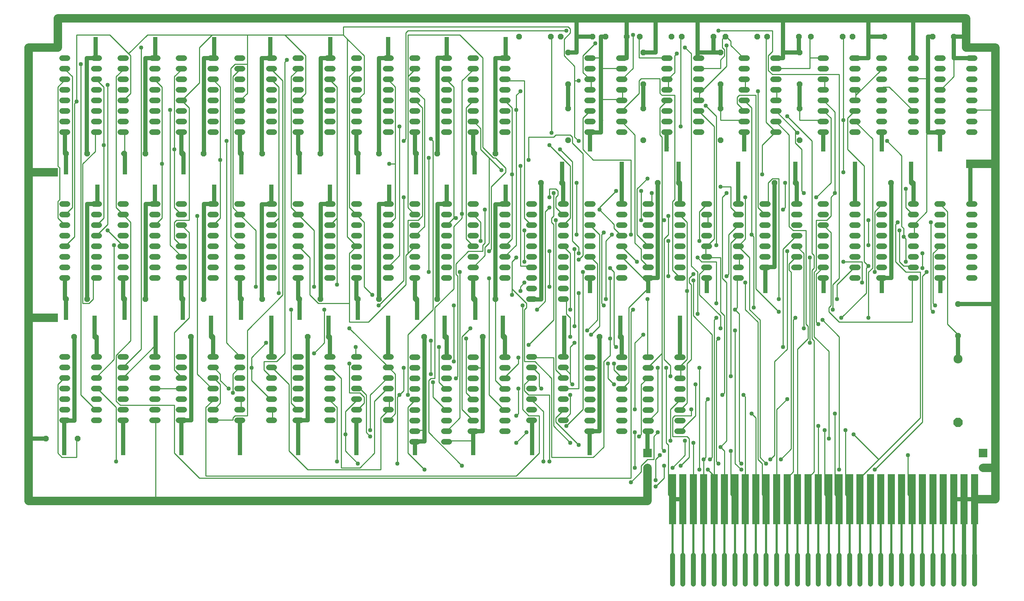
<source format=gtl>
G75*
%MOIN*%
%OFA0B0*%
%FSLAX25Y25*%
%IPPOS*%
%LPD*%
%AMOC8*
5,1,8,0,0,1.08239X$1,22.5*
%
%ADD10C,0.04724*%
%ADD11C,0.01969*%
%ADD12C,0.03937*%
%ADD13R,0.06693X0.47244*%
%ADD14C,0.05200*%
%ADD15OC8,0.05200*%
%ADD16C,0.08500*%
%ADD17OC8,0.08500*%
%ADD18R,0.07874X0.07874*%
%ADD19R,0.03962X0.03962*%
%ADD20C,0.01000*%
%ADD21C,0.04000*%
%ADD22C,0.07874*%
%ADD23C,0.07874*%
D10*
X0627378Y0010906D02*
X0627378Y0038465D01*
X0637220Y0038465D02*
X0637220Y0010906D01*
X0647063Y0010906D02*
X0647063Y0038465D01*
X0656906Y0038465D02*
X0656906Y0010906D01*
X0666748Y0010906D02*
X0666748Y0038465D01*
X0676591Y0038465D02*
X0676591Y0010906D01*
X0686433Y0010906D02*
X0686433Y0038465D01*
X0696276Y0038465D02*
X0696276Y0010906D01*
X0706118Y0010906D02*
X0706118Y0038465D01*
X0715961Y0038465D02*
X0715961Y0010906D01*
X0725803Y0010906D02*
X0725803Y0038465D01*
X0735646Y0038465D02*
X0735646Y0010906D01*
X0745488Y0010906D02*
X0745488Y0038465D01*
X0755331Y0038465D02*
X0755331Y0010906D01*
X0765173Y0010906D02*
X0765173Y0038465D01*
X0775016Y0038465D02*
X0775016Y0010906D01*
X0784858Y0010906D02*
X0784858Y0038465D01*
X0794701Y0038465D02*
X0794701Y0010906D01*
X0804543Y0010906D02*
X0804543Y0038465D01*
X0814386Y0038465D02*
X0814386Y0010906D01*
X0824228Y0010906D02*
X0824228Y0038465D01*
X0834071Y0038465D02*
X0834071Y0010906D01*
X0843913Y0010906D02*
X0843913Y0038465D01*
X0853756Y0038465D02*
X0853756Y0010906D01*
X0863598Y0010906D02*
X0863598Y0038465D01*
X0873441Y0038465D02*
X0873441Y0010906D01*
X0883283Y0010906D02*
X0883283Y0038465D01*
X0893126Y0038465D02*
X0893126Y0010906D01*
X0902969Y0010906D02*
X0902969Y0038465D01*
X0912811Y0038465D02*
X0912811Y0010906D01*
D11*
X0893126Y0038465D02*
X0893126Y0069567D01*
X0883283Y0069567D02*
X0883283Y0038858D01*
X0873441Y0038465D02*
X0873441Y0069567D01*
X0863598Y0069567D02*
X0863598Y0038465D01*
X0853756Y0039252D02*
X0853756Y0069567D01*
X0843913Y0069567D02*
X0843913Y0038465D01*
X0834071Y0038858D02*
X0834071Y0069567D01*
X0824228Y0069567D02*
X0824228Y0038465D01*
X0814386Y0038465D02*
X0814386Y0069567D01*
X0804543Y0069567D02*
X0804543Y0038465D01*
X0794701Y0038465D02*
X0794701Y0069567D01*
X0784858Y0069567D02*
X0784858Y0038465D01*
X0775016Y0038465D02*
X0775016Y0069567D01*
X0765173Y0069567D02*
X0765173Y0038465D01*
X0755331Y0038465D02*
X0755331Y0069567D01*
X0745488Y0069567D02*
X0745488Y0038465D01*
X0735646Y0038465D02*
X0735646Y0069567D01*
X0725803Y0069567D02*
X0725803Y0039646D01*
X0715961Y0039252D02*
X0715961Y0069567D01*
X0706118Y0069567D02*
X0706118Y0040433D01*
X0696276Y0038465D02*
X0696276Y0069567D01*
X0686433Y0069567D02*
X0686433Y0038858D01*
X0676591Y0039252D02*
X0676591Y0069567D01*
X0666748Y0069567D02*
X0666748Y0038465D01*
X0656906Y0038465D02*
X0656906Y0069567D01*
X0647063Y0069567D02*
X0647063Y0038858D01*
X0637220Y0038465D02*
X0637220Y0069173D01*
X0627378Y0069173D02*
X0627378Y0039252D01*
X0902969Y0518031D02*
X0904937Y0518780D01*
D12*
X0910094Y0518780D01*
X0910094Y0508504D02*
X0893283Y0508504D01*
X0893283Y0529016D01*
X0904937Y0529016D01*
X0873283Y0529016D02*
X0868717Y0529016D01*
X0868717Y0489252D01*
X0868717Y0438465D01*
X0880094Y0438465D01*
X0880094Y0438504D01*
X0880094Y0422323D01*
X0880134Y0422323D01*
X0852969Y0408543D02*
X0852969Y0390827D01*
X0853913Y0390827D01*
X0854976Y0390827D01*
X0854976Y0370709D01*
X0834071Y0390827D02*
X0834071Y0300669D01*
X0824976Y0300669D01*
X0824976Y0300709D01*
X0825016Y0300709D01*
X0825016Y0288465D01*
X0770291Y0288465D02*
X0770291Y0300709D01*
X0769858Y0300709D01*
X0723835Y0310906D02*
X0714740Y0310906D01*
X0714740Y0310827D01*
X0715173Y0310827D01*
X0715173Y0288465D01*
X0723835Y0310906D02*
X0723835Y0390827D01*
X0723677Y0390827D01*
X0743520Y0390827D02*
X0743520Y0408543D01*
X0769898Y0422323D02*
X0769898Y0438504D01*
X0769858Y0438504D01*
X0747457Y0460945D02*
X0747457Y0484094D01*
X0731709Y0508504D02*
X0731709Y0514094D01*
X0746709Y0514094D01*
X0746709Y0529016D01*
X0746709Y0514094D02*
X0747457Y0514094D01*
X0731709Y0514094D02*
X0731709Y0546339D01*
X0672654Y0514094D02*
X0666000Y0514094D01*
X0651000Y0514094D01*
X0651000Y0546339D01*
X0666000Y0529016D02*
X0666000Y0514094D01*
X0652220Y0508504D02*
X0651000Y0508504D01*
X0651000Y0514094D01*
X0611630Y0514094D02*
X0611630Y0546339D01*
X0584071Y0546339D02*
X0584071Y0529016D01*
X0584228Y0529016D01*
X0584228Y0508504D01*
X0579386Y0508504D01*
X0559661Y0508937D02*
X0559661Y0499094D01*
X0559661Y0469567D01*
X0559661Y0449882D01*
X0559661Y0438465D01*
X0549386Y0438465D01*
X0549386Y0438504D01*
X0549425Y0438504D01*
X0549425Y0422323D01*
X0523047Y0408543D02*
X0523047Y0390827D01*
X0523205Y0390827D01*
X0524268Y0390827D02*
X0524268Y0370709D01*
X0503362Y0390827D02*
X0503362Y0280197D01*
X0494268Y0280197D01*
X0494268Y0280709D01*
X0467142Y0262874D02*
X0467142Y0245157D01*
X0468087Y0245157D01*
X0469150Y0245157D01*
X0469150Y0225827D01*
X0448244Y0215630D02*
X0448244Y0155787D01*
X0439150Y0155787D01*
X0439150Y0155827D01*
X0439189Y0155827D01*
X0439189Y0146732D01*
X0439189Y0134921D01*
X0393126Y0145945D02*
X0384031Y0145945D01*
X0384031Y0145827D01*
X0384071Y0145827D01*
X0384071Y0134921D01*
X0393126Y0145945D02*
X0393126Y0156575D01*
X0393126Y0245157D01*
X0392969Y0245157D01*
X0412024Y0245157D02*
X0412024Y0262874D01*
X0412024Y0245157D02*
X0412969Y0245157D01*
X0414031Y0245157D01*
X0414031Y0225827D01*
X0448244Y0215630D02*
X0448244Y0245157D01*
X0448087Y0245157D01*
X0441157Y0262874D02*
X0441157Y0280591D01*
X0440213Y0280591D01*
X0439150Y0280591D01*
X0439150Y0300709D01*
X0459661Y0280591D02*
X0459661Y0280197D01*
X0460055Y0280197D01*
X0460055Y0370354D01*
X0469150Y0370354D01*
X0469150Y0370709D01*
X0469898Y0370709D01*
X0469898Y0386890D01*
X0440370Y0400669D02*
X0440370Y0418386D01*
X0440213Y0418386D01*
X0439150Y0418386D01*
X0439150Y0438504D01*
X0460055Y0418386D02*
X0460055Y0508543D01*
X0469150Y0508543D01*
X0469898Y0508543D01*
X0469898Y0526654D01*
X0469150Y0508543D02*
X0469150Y0508504D01*
X0414031Y0508504D02*
X0414031Y0508937D01*
X0413992Y0508937D01*
X0413992Y0526654D01*
X0413992Y0508937D02*
X0413992Y0508543D01*
X0413992Y0508937D02*
X0413795Y0508937D01*
X0405331Y0508937D01*
X0405331Y0418386D01*
X0405094Y0418386D01*
X0385252Y0418386D02*
X0385252Y0400669D01*
X0385094Y0418386D02*
X0385252Y0418386D01*
X0385094Y0418386D02*
X0384031Y0418386D01*
X0384031Y0438504D01*
X0350213Y0418386D02*
X0350213Y0508543D01*
X0358874Y0508543D01*
X0358874Y0526654D01*
X0358874Y0508543D02*
X0358913Y0508543D01*
X0358913Y0508504D01*
X0304150Y0508543D02*
X0304150Y0526654D01*
X0304150Y0508543D02*
X0303795Y0508543D01*
X0303795Y0508504D01*
X0303795Y0508543D02*
X0295094Y0508543D01*
X0295094Y0418386D01*
X0294858Y0418386D01*
X0275016Y0418386D02*
X0275016Y0400669D01*
X0248638Y0386890D02*
X0248638Y0370709D01*
X0248677Y0370709D01*
X0248677Y0370354D01*
X0239583Y0370354D01*
X0239583Y0280591D01*
X0239740Y0280591D01*
X0219898Y0280591D02*
X0219898Y0262874D01*
X0219740Y0280591D02*
X0219898Y0280591D01*
X0219740Y0280591D02*
X0218677Y0280591D01*
X0218677Y0300709D01*
X0184858Y0280591D02*
X0184858Y0370748D01*
X0193559Y0370748D01*
X0194307Y0370748D01*
X0194307Y0386890D01*
X0193559Y0370748D02*
X0193559Y0370709D01*
X0220291Y0400669D02*
X0220291Y0418386D01*
X0219740Y0418386D01*
X0218677Y0418386D01*
X0218677Y0438504D01*
X0239583Y0418386D02*
X0239583Y0508543D01*
X0247457Y0508543D01*
X0247457Y0526654D01*
X0247457Y0508543D02*
X0248677Y0508543D01*
X0248677Y0508504D01*
X0194307Y0508543D02*
X0194307Y0526654D01*
X0194307Y0508543D02*
X0193559Y0508543D01*
X0193559Y0508504D01*
X0193559Y0508543D02*
X0184858Y0508543D01*
X0184858Y0418386D01*
X0184622Y0418386D01*
X0165567Y0418386D02*
X0165567Y0400669D01*
X0165567Y0418386D02*
X0164622Y0418386D01*
X0163559Y0418386D01*
X0163559Y0438504D01*
X0129504Y0418386D02*
X0129346Y0418386D01*
X0129346Y0508543D01*
X0138441Y0508543D01*
X0138795Y0508543D01*
X0138795Y0526654D01*
X0138441Y0508543D02*
X0138441Y0508504D01*
X0083323Y0508543D02*
X0083323Y0508504D01*
X0083323Y0508543D02*
X0082496Y0508543D01*
X0082496Y0526654D01*
X0082496Y0508543D02*
X0074228Y0508543D01*
X0074228Y0418386D01*
X0074386Y0418386D01*
X0054543Y0418386D02*
X0054543Y0400669D01*
X0054386Y0418386D02*
X0054543Y0418386D01*
X0054386Y0418386D02*
X0053323Y0418386D01*
X0053323Y0438504D01*
X0108441Y0418386D02*
X0109504Y0418386D01*
X0109661Y0418386D01*
X0110055Y0418386D01*
X0110055Y0400669D01*
X0084071Y0386890D02*
X0084071Y0370748D01*
X0083323Y0370748D01*
X0083323Y0370709D01*
X0083323Y0370748D02*
X0074622Y0370748D01*
X0074622Y0280591D01*
X0074386Y0280591D01*
X0054543Y0280591D02*
X0054543Y0262874D01*
X0054386Y0280591D02*
X0054543Y0280591D01*
X0054386Y0280591D02*
X0053323Y0280591D01*
X0053323Y0300709D01*
X0021079Y0286496D02*
X0019110Y0288465D01*
X0019110Y0286654D01*
X0081315Y0262874D02*
X0081315Y0245157D01*
X0082260Y0245157D01*
X0083323Y0245157D01*
X0083323Y0225945D01*
X0062417Y0245157D02*
X0062417Y0165630D01*
X0053323Y0165630D01*
X0053323Y0165945D01*
X0052969Y0165945D01*
X0052969Y0134921D01*
X0035606Y0148701D02*
X0019110Y0148701D01*
X0108480Y0134921D02*
X0108480Y0165945D01*
X0108441Y0165945D01*
X0163559Y0166024D02*
X0163559Y0165945D01*
X0163598Y0165945D01*
X0163598Y0134921D01*
X0218717Y0134921D02*
X0218717Y0165945D01*
X0218677Y0165945D01*
X0172654Y0166024D02*
X0163559Y0166024D01*
X0172654Y0166024D02*
X0172654Y0245157D01*
X0172496Y0245157D01*
X0191551Y0245157D02*
X0191551Y0262874D01*
X0191551Y0245157D02*
X0192496Y0245157D01*
X0193559Y0245157D01*
X0193559Y0225945D01*
X0139189Y0225945D02*
X0139189Y0237283D01*
X0139189Y0262874D01*
X0129740Y0280591D02*
X0129740Y0370748D01*
X0138402Y0370748D01*
X0138402Y0386890D01*
X0138441Y0370748D02*
X0138402Y0370748D01*
X0138441Y0370748D02*
X0138441Y0370709D01*
X0239583Y0418386D02*
X0239740Y0418386D01*
X0273795Y0418386D02*
X0273795Y0438504D01*
X0273795Y0418386D02*
X0274858Y0418386D01*
X0275016Y0418386D01*
X0303756Y0386890D02*
X0303756Y0370748D01*
X0303795Y0370748D01*
X0303795Y0370709D01*
X0303756Y0370748D02*
X0295094Y0370748D01*
X0295094Y0280591D01*
X0294858Y0280591D01*
X0275409Y0280591D02*
X0275409Y0280197D01*
X0275016Y0280197D01*
X0275016Y0262874D01*
X0248638Y0262874D02*
X0248638Y0225945D01*
X0248677Y0225945D01*
X0282732Y0245157D02*
X0282890Y0245157D01*
X0282890Y0166024D01*
X0273795Y0166024D01*
X0273795Y0165945D01*
X0273835Y0165945D01*
X0273835Y0134921D01*
X0328953Y0134921D02*
X0328953Y0165945D01*
X0328913Y0165945D01*
X0303795Y0225945D02*
X0303795Y0245157D01*
X0302732Y0245157D01*
X0302575Y0245157D01*
X0302575Y0262874D01*
X0330134Y0262874D02*
X0330134Y0280591D01*
X0329976Y0280591D01*
X0328913Y0280591D01*
X0328913Y0300709D01*
X0349976Y0280591D02*
X0350213Y0280591D01*
X0350213Y0370748D01*
X0358913Y0370748D01*
X0359661Y0370748D01*
X0359661Y0386890D01*
X0358913Y0370748D02*
X0358913Y0370709D01*
X0330528Y0400669D02*
X0330528Y0418386D01*
X0329976Y0418386D01*
X0328913Y0418386D01*
X0328913Y0438504D01*
X0349976Y0418386D02*
X0350213Y0418386D01*
X0413992Y0386890D02*
X0413992Y0370748D01*
X0414031Y0370748D01*
X0414031Y0370709D01*
X0413992Y0370748D02*
X0405331Y0370748D01*
X0405331Y0280591D01*
X0405094Y0280591D01*
X0386039Y0280591D02*
X0386039Y0262874D01*
X0386039Y0280591D02*
X0385094Y0280591D01*
X0384031Y0280591D01*
X0384031Y0300709D01*
X0358874Y0262874D02*
X0358874Y0225945D01*
X0358913Y0225945D01*
X0275409Y0280591D02*
X0274858Y0280591D01*
X0273795Y0280591D01*
X0273795Y0300709D01*
X0184858Y0280591D02*
X0184622Y0280591D01*
X0164780Y0280591D02*
X0164780Y0262874D01*
X0164622Y0280591D02*
X0164780Y0280591D01*
X0164622Y0280591D02*
X0163559Y0280591D01*
X0163559Y0300709D01*
X0129740Y0280591D02*
X0129504Y0280591D01*
X0109661Y0280591D02*
X0109661Y0262874D01*
X0109504Y0280591D02*
X0109661Y0280591D01*
X0109504Y0280591D02*
X0108441Y0280591D01*
X0108441Y0300709D01*
X0062417Y0245157D02*
X0062260Y0245157D01*
X0138441Y0225945D02*
X0139189Y0225945D01*
X0459661Y0280591D02*
X0460213Y0280591D01*
X0525016Y0262874D02*
X0525016Y0225945D01*
X0524268Y0225945D01*
X0558480Y0215630D02*
X0558480Y0155787D01*
X0549386Y0155787D01*
X0549386Y0155827D01*
X0549031Y0155827D01*
X0549031Y0134921D01*
X0494701Y0134921D02*
X0494701Y0165945D01*
X0494268Y0165945D01*
X0558480Y0215630D02*
X0558480Y0245157D01*
X0558323Y0245157D01*
X0578165Y0245157D02*
X0578165Y0262874D01*
X0578323Y0245157D02*
X0579386Y0245157D01*
X0579386Y0225827D01*
X0634465Y0225827D02*
X0634465Y0262874D01*
X0659661Y0288465D02*
X0659661Y0300709D01*
X0659622Y0300709D01*
X0613598Y0300669D02*
X0604504Y0300669D01*
X0604504Y0300709D01*
X0604543Y0300709D01*
X0604543Y0296339D01*
X0604543Y0288465D01*
X0613598Y0300669D02*
X0613598Y0390827D01*
X0613441Y0390827D01*
X0633283Y0390827D02*
X0633283Y0408543D01*
X0621866Y0422323D02*
X0621866Y0438504D01*
X0622220Y0438504D01*
X0599819Y0460945D02*
X0599819Y0484094D01*
X0599819Y0514094D02*
X0611630Y0514094D01*
X0564228Y0529016D02*
X0559661Y0529016D01*
X0559661Y0508937D01*
X0536827Y0514094D02*
X0536827Y0529016D01*
X0551827Y0529016D01*
X0536827Y0529016D02*
X0536827Y0546339D01*
X0536827Y0514094D02*
X0528953Y0514094D01*
X0528953Y0484094D02*
X0528953Y0460945D01*
X0460213Y0418386D02*
X0460055Y0418386D01*
X0503205Y0390827D02*
X0503362Y0390827D01*
X0579346Y0408543D02*
X0579346Y0370709D01*
X0579386Y0370709D01*
X0634504Y0370709D02*
X0634504Y0390827D01*
X0633441Y0390827D01*
X0633283Y0390827D01*
X0689583Y0408543D02*
X0689583Y0370709D01*
X0689622Y0370709D01*
X0744740Y0370827D02*
X0744740Y0390827D01*
X0743677Y0390827D01*
X0743520Y0390827D01*
X0695094Y0422323D02*
X0695094Y0438504D01*
X0695055Y0438504D01*
X0672654Y0460945D02*
X0672654Y0484094D01*
X0725055Y0508504D02*
X0731709Y0508504D01*
X0799858Y0508504D02*
X0812417Y0508504D01*
X0812417Y0529016D01*
X0827417Y0529016D01*
X0812417Y0529016D02*
X0812417Y0546339D01*
X0854937Y0546339D02*
X0854937Y0508504D01*
X0854976Y0508504D01*
X0825016Y0438504D02*
X0825016Y0422323D01*
X0799819Y0408543D02*
X0799819Y0370709D01*
X0799858Y0370709D01*
X0833913Y0390827D02*
X0834071Y0390827D01*
X0825016Y0438504D02*
X0824976Y0438504D01*
X0908874Y0408543D02*
X0908874Y0370709D01*
X0910094Y0370709D01*
X0880528Y0300709D02*
X0880528Y0288465D01*
X0880528Y0300709D02*
X0880094Y0300709D01*
X0897063Y0275906D02*
X0932496Y0275906D01*
X0932496Y0274685D01*
X0897063Y0245906D02*
X0897063Y0223976D01*
X0893126Y0091220D02*
X0902969Y0091220D01*
X0912811Y0091220D01*
X0914780Y0091220D01*
X0912811Y0068386D02*
X0912811Y0038465D01*
X0902969Y0038465D02*
X0902969Y0068386D01*
X0637220Y0091220D02*
X0627378Y0091220D01*
X0603756Y0134921D02*
X0603756Y0155827D01*
X0604504Y0155827D01*
X0634465Y0225827D02*
X0634504Y0225827D01*
X0549386Y0288465D02*
X0549386Y0300709D01*
D13*
X0627378Y0091220D03*
X0637220Y0091220D03*
X0647063Y0091220D03*
X0656906Y0091220D03*
X0666748Y0091220D03*
X0676591Y0091220D03*
X0686433Y0091220D03*
X0696276Y0091220D03*
X0706118Y0091220D03*
X0715961Y0091220D03*
X0725803Y0091220D03*
X0735646Y0091220D03*
X0745488Y0091220D03*
X0755331Y0091220D03*
X0765173Y0091220D03*
X0775016Y0091220D03*
X0784858Y0091220D03*
X0794701Y0091220D03*
X0804543Y0091220D03*
X0814386Y0091220D03*
X0824228Y0091220D03*
X0834071Y0091220D03*
X0843913Y0091220D03*
X0853756Y0091220D03*
X0863598Y0091220D03*
X0873441Y0091220D03*
X0883283Y0091220D03*
X0893126Y0091220D03*
X0902969Y0091220D03*
X0912811Y0091220D03*
D14*
X0637104Y0155827D02*
X0631904Y0155827D01*
X0631904Y0165827D02*
X0637104Y0165827D01*
X0637104Y0175827D02*
X0631904Y0175827D01*
X0631904Y0185827D02*
X0637104Y0185827D01*
X0637104Y0195827D02*
X0631904Y0195827D01*
X0631904Y0205827D02*
X0637104Y0205827D01*
X0637104Y0215827D02*
X0631904Y0215827D01*
X0631904Y0225827D02*
X0637104Y0225827D01*
X0607104Y0225827D02*
X0601904Y0225827D01*
X0601904Y0215827D02*
X0607104Y0215827D01*
X0607104Y0205827D02*
X0601904Y0205827D01*
X0601904Y0195827D02*
X0607104Y0195827D01*
X0607104Y0185827D02*
X0601904Y0185827D01*
X0601904Y0175827D02*
X0607104Y0175827D01*
X0607104Y0165827D02*
X0601904Y0165827D01*
X0601904Y0155827D02*
X0607104Y0155827D01*
X0581986Y0155827D02*
X0576786Y0155827D01*
X0576786Y0165827D02*
X0581986Y0165827D01*
X0581986Y0175827D02*
X0576786Y0175827D01*
X0576786Y0185827D02*
X0581986Y0185827D01*
X0581986Y0195827D02*
X0576786Y0195827D01*
X0576786Y0205827D02*
X0581986Y0205827D01*
X0581986Y0215827D02*
X0576786Y0215827D01*
X0576786Y0225827D02*
X0581986Y0225827D01*
X0551986Y0225827D02*
X0546786Y0225827D01*
X0546786Y0215827D02*
X0551986Y0215827D01*
X0551986Y0205827D02*
X0546786Y0205827D01*
X0546786Y0195827D02*
X0551986Y0195827D01*
X0551986Y0185827D02*
X0546786Y0185827D01*
X0546786Y0175827D02*
X0551986Y0175827D01*
X0551986Y0165827D02*
X0546786Y0165827D01*
X0546786Y0155827D02*
X0551986Y0155827D01*
X0526868Y0165945D02*
X0521668Y0165945D01*
X0521668Y0175945D02*
X0526868Y0175945D01*
X0526868Y0185945D02*
X0521668Y0185945D01*
X0521668Y0195945D02*
X0526868Y0195945D01*
X0526868Y0205945D02*
X0521668Y0205945D01*
X0521668Y0215945D02*
X0526868Y0215945D01*
X0526868Y0225945D02*
X0521668Y0225945D01*
X0496868Y0225945D02*
X0491668Y0225945D01*
X0491668Y0215945D02*
X0496868Y0215945D01*
X0496868Y0205945D02*
X0491668Y0205945D01*
X0491668Y0195945D02*
X0496868Y0195945D01*
X0496868Y0185945D02*
X0491668Y0185945D01*
X0491668Y0175945D02*
X0496868Y0175945D01*
X0496868Y0165945D02*
X0491668Y0165945D01*
X0471750Y0165827D02*
X0466550Y0165827D01*
X0466550Y0175827D02*
X0471750Y0175827D01*
X0471750Y0185827D02*
X0466550Y0185827D01*
X0466550Y0195827D02*
X0471750Y0195827D01*
X0471750Y0205827D02*
X0466550Y0205827D01*
X0466550Y0215827D02*
X0471750Y0215827D01*
X0471750Y0225827D02*
X0466550Y0225827D01*
X0441750Y0225827D02*
X0436550Y0225827D01*
X0436550Y0215827D02*
X0441750Y0215827D01*
X0441750Y0205827D02*
X0436550Y0205827D01*
X0436550Y0195827D02*
X0441750Y0195827D01*
X0441750Y0185827D02*
X0436550Y0185827D01*
X0436550Y0175827D02*
X0441750Y0175827D01*
X0441750Y0165827D02*
X0436550Y0165827D01*
X0436550Y0155827D02*
X0441750Y0155827D01*
X0466550Y0155827D02*
X0471750Y0155827D01*
X0416631Y0155827D02*
X0411431Y0155827D01*
X0411431Y0165827D02*
X0416631Y0165827D01*
X0416631Y0175827D02*
X0411431Y0175827D01*
X0411431Y0185827D02*
X0416631Y0185827D01*
X0416631Y0195827D02*
X0411431Y0195827D01*
X0411431Y0205827D02*
X0416631Y0205827D01*
X0416631Y0215827D02*
X0411431Y0215827D01*
X0411431Y0225827D02*
X0416631Y0225827D01*
X0386631Y0225827D02*
X0381431Y0225827D01*
X0381431Y0215827D02*
X0386631Y0215827D01*
X0386631Y0205827D02*
X0381431Y0205827D01*
X0381431Y0195827D02*
X0386631Y0195827D01*
X0386631Y0185827D02*
X0381431Y0185827D01*
X0381431Y0175827D02*
X0386631Y0175827D01*
X0386631Y0165827D02*
X0381431Y0165827D01*
X0381431Y0155827D02*
X0386631Y0155827D01*
X0386631Y0145827D02*
X0381431Y0145827D01*
X0411431Y0145827D02*
X0416631Y0145827D01*
X0361513Y0165945D02*
X0356313Y0165945D01*
X0356313Y0175945D02*
X0361513Y0175945D01*
X0361513Y0185945D02*
X0356313Y0185945D01*
X0356313Y0195945D02*
X0361513Y0195945D01*
X0361513Y0205945D02*
X0356313Y0205945D01*
X0356313Y0215945D02*
X0361513Y0215945D01*
X0361513Y0225945D02*
X0356313Y0225945D01*
X0331513Y0225945D02*
X0326313Y0225945D01*
X0326313Y0215945D02*
X0331513Y0215945D01*
X0331513Y0205945D02*
X0326313Y0205945D01*
X0326313Y0195945D02*
X0331513Y0195945D01*
X0331513Y0185945D02*
X0326313Y0185945D01*
X0326313Y0175945D02*
X0331513Y0175945D01*
X0331513Y0165945D02*
X0326313Y0165945D01*
X0306395Y0165945D02*
X0301195Y0165945D01*
X0301195Y0175945D02*
X0306395Y0175945D01*
X0306395Y0185945D02*
X0301195Y0185945D01*
X0301195Y0195945D02*
X0306395Y0195945D01*
X0306395Y0205945D02*
X0301195Y0205945D01*
X0301195Y0215945D02*
X0306395Y0215945D01*
X0306395Y0225945D02*
X0301195Y0225945D01*
X0276395Y0225945D02*
X0271195Y0225945D01*
X0271195Y0215945D02*
X0276395Y0215945D01*
X0276395Y0205945D02*
X0271195Y0205945D01*
X0271195Y0195945D02*
X0276395Y0195945D01*
X0276395Y0185945D02*
X0271195Y0185945D01*
X0271195Y0175945D02*
X0276395Y0175945D01*
X0276395Y0165945D02*
X0271195Y0165945D01*
X0251277Y0165945D02*
X0246077Y0165945D01*
X0246077Y0175945D02*
X0251277Y0175945D01*
X0251277Y0185945D02*
X0246077Y0185945D01*
X0246077Y0195945D02*
X0251277Y0195945D01*
X0251277Y0205945D02*
X0246077Y0205945D01*
X0246077Y0215945D02*
X0251277Y0215945D01*
X0251277Y0225945D02*
X0246077Y0225945D01*
X0221277Y0225945D02*
X0216077Y0225945D01*
X0216077Y0215945D02*
X0221277Y0215945D01*
X0221277Y0205945D02*
X0216077Y0205945D01*
X0216077Y0195945D02*
X0221277Y0195945D01*
X0221277Y0185945D02*
X0216077Y0185945D01*
X0216077Y0175945D02*
X0221277Y0175945D01*
X0221277Y0165945D02*
X0216077Y0165945D01*
X0196159Y0165945D02*
X0190959Y0165945D01*
X0190959Y0175945D02*
X0196159Y0175945D01*
X0196159Y0185945D02*
X0190959Y0185945D01*
X0190959Y0195945D02*
X0196159Y0195945D01*
X0196159Y0205945D02*
X0190959Y0205945D01*
X0190959Y0215945D02*
X0196159Y0215945D01*
X0196159Y0225945D02*
X0190959Y0225945D01*
X0166159Y0225945D02*
X0160959Y0225945D01*
X0160959Y0215945D02*
X0166159Y0215945D01*
X0166159Y0205945D02*
X0160959Y0205945D01*
X0160959Y0195945D02*
X0166159Y0195945D01*
X0166159Y0185945D02*
X0160959Y0185945D01*
X0160959Y0175945D02*
X0166159Y0175945D01*
X0166159Y0165945D02*
X0160959Y0165945D01*
X0141041Y0165945D02*
X0135841Y0165945D01*
X0135841Y0175945D02*
X0141041Y0175945D01*
X0141041Y0185945D02*
X0135841Y0185945D01*
X0135841Y0195945D02*
X0141041Y0195945D01*
X0141041Y0205945D02*
X0135841Y0205945D01*
X0135841Y0215945D02*
X0141041Y0215945D01*
X0141041Y0225945D02*
X0135841Y0225945D01*
X0111041Y0225945D02*
X0105841Y0225945D01*
X0105841Y0215945D02*
X0111041Y0215945D01*
X0111041Y0205945D02*
X0105841Y0205945D01*
X0105841Y0195945D02*
X0111041Y0195945D01*
X0111041Y0185945D02*
X0105841Y0185945D01*
X0105841Y0175945D02*
X0111041Y0175945D01*
X0111041Y0165945D02*
X0105841Y0165945D01*
X0085923Y0165945D02*
X0080723Y0165945D01*
X0080723Y0175945D02*
X0085923Y0175945D01*
X0085923Y0185945D02*
X0080723Y0185945D01*
X0080723Y0195945D02*
X0085923Y0195945D01*
X0085923Y0205945D02*
X0080723Y0205945D01*
X0080723Y0215945D02*
X0085923Y0215945D01*
X0085923Y0225945D02*
X0080723Y0225945D01*
X0055923Y0225945D02*
X0050723Y0225945D01*
X0050723Y0215945D02*
X0055923Y0215945D01*
X0055923Y0205945D02*
X0050723Y0205945D01*
X0050723Y0195945D02*
X0055923Y0195945D01*
X0055923Y0185945D02*
X0050723Y0185945D01*
X0050723Y0175945D02*
X0055923Y0175945D01*
X0055923Y0165945D02*
X0050723Y0165945D01*
X0050723Y0300709D02*
X0055923Y0300709D01*
X0055923Y0310709D02*
X0050723Y0310709D01*
X0050723Y0320709D02*
X0055923Y0320709D01*
X0055923Y0330709D02*
X0050723Y0330709D01*
X0050723Y0340709D02*
X0055923Y0340709D01*
X0055923Y0350709D02*
X0050723Y0350709D01*
X0050723Y0360709D02*
X0055923Y0360709D01*
X0055923Y0370709D02*
X0050723Y0370709D01*
X0080723Y0370709D02*
X0085923Y0370709D01*
X0085923Y0360709D02*
X0080723Y0360709D01*
X0080723Y0350709D02*
X0085923Y0350709D01*
X0085923Y0340709D02*
X0080723Y0340709D01*
X0080723Y0330709D02*
X0085923Y0330709D01*
X0085923Y0320709D02*
X0080723Y0320709D01*
X0080723Y0310709D02*
X0085923Y0310709D01*
X0085923Y0300709D02*
X0080723Y0300709D01*
X0105841Y0300709D02*
X0111041Y0300709D01*
X0111041Y0310709D02*
X0105841Y0310709D01*
X0105841Y0320709D02*
X0111041Y0320709D01*
X0111041Y0330709D02*
X0105841Y0330709D01*
X0105841Y0340709D02*
X0111041Y0340709D01*
X0111041Y0350709D02*
X0105841Y0350709D01*
X0105841Y0360709D02*
X0111041Y0360709D01*
X0111041Y0370709D02*
X0105841Y0370709D01*
X0135841Y0370709D02*
X0141041Y0370709D01*
X0141041Y0360709D02*
X0135841Y0360709D01*
X0135841Y0350709D02*
X0141041Y0350709D01*
X0141041Y0340709D02*
X0135841Y0340709D01*
X0135841Y0330709D02*
X0141041Y0330709D01*
X0141041Y0320709D02*
X0135841Y0320709D01*
X0135841Y0310709D02*
X0141041Y0310709D01*
X0141041Y0300709D02*
X0135841Y0300709D01*
X0160959Y0300709D02*
X0166159Y0300709D01*
X0166159Y0310709D02*
X0160959Y0310709D01*
X0160959Y0320709D02*
X0166159Y0320709D01*
X0166159Y0330709D02*
X0160959Y0330709D01*
X0160959Y0340709D02*
X0166159Y0340709D01*
X0166159Y0350709D02*
X0160959Y0350709D01*
X0160959Y0360709D02*
X0166159Y0360709D01*
X0166159Y0370709D02*
X0160959Y0370709D01*
X0190959Y0370709D02*
X0196159Y0370709D01*
X0196159Y0360709D02*
X0190959Y0360709D01*
X0190959Y0350709D02*
X0196159Y0350709D01*
X0196159Y0340709D02*
X0190959Y0340709D01*
X0190959Y0330709D02*
X0196159Y0330709D01*
X0196159Y0320709D02*
X0190959Y0320709D01*
X0190959Y0310709D02*
X0196159Y0310709D01*
X0196159Y0300709D02*
X0190959Y0300709D01*
X0216077Y0300709D02*
X0221277Y0300709D01*
X0221277Y0310709D02*
X0216077Y0310709D01*
X0216077Y0320709D02*
X0221277Y0320709D01*
X0221277Y0330709D02*
X0216077Y0330709D01*
X0216077Y0340709D02*
X0221277Y0340709D01*
X0221277Y0350709D02*
X0216077Y0350709D01*
X0216077Y0360709D02*
X0221277Y0360709D01*
X0221277Y0370709D02*
X0216077Y0370709D01*
X0246077Y0370709D02*
X0251277Y0370709D01*
X0251277Y0360709D02*
X0246077Y0360709D01*
X0246077Y0350709D02*
X0251277Y0350709D01*
X0251277Y0340709D02*
X0246077Y0340709D01*
X0246077Y0330709D02*
X0251277Y0330709D01*
X0251277Y0320709D02*
X0246077Y0320709D01*
X0246077Y0310709D02*
X0251277Y0310709D01*
X0251277Y0300709D02*
X0246077Y0300709D01*
X0271195Y0300709D02*
X0276395Y0300709D01*
X0276395Y0310709D02*
X0271195Y0310709D01*
X0271195Y0320709D02*
X0276395Y0320709D01*
X0276395Y0330709D02*
X0271195Y0330709D01*
X0271195Y0340709D02*
X0276395Y0340709D01*
X0276395Y0350709D02*
X0271195Y0350709D01*
X0271195Y0360709D02*
X0276395Y0360709D01*
X0276395Y0370709D02*
X0271195Y0370709D01*
X0301195Y0370709D02*
X0306395Y0370709D01*
X0306395Y0360709D02*
X0301195Y0360709D01*
X0301195Y0350709D02*
X0306395Y0350709D01*
X0306395Y0340709D02*
X0301195Y0340709D01*
X0301195Y0330709D02*
X0306395Y0330709D01*
X0306395Y0320709D02*
X0301195Y0320709D01*
X0301195Y0310709D02*
X0306395Y0310709D01*
X0306395Y0300709D02*
X0301195Y0300709D01*
X0326313Y0300709D02*
X0331513Y0300709D01*
X0331513Y0310709D02*
X0326313Y0310709D01*
X0326313Y0320709D02*
X0331513Y0320709D01*
X0331513Y0330709D02*
X0326313Y0330709D01*
X0326313Y0340709D02*
X0331513Y0340709D01*
X0331513Y0350709D02*
X0326313Y0350709D01*
X0326313Y0360709D02*
X0331513Y0360709D01*
X0331513Y0370709D02*
X0326313Y0370709D01*
X0356313Y0370709D02*
X0361513Y0370709D01*
X0361513Y0360709D02*
X0356313Y0360709D01*
X0356313Y0350709D02*
X0361513Y0350709D01*
X0361513Y0340709D02*
X0356313Y0340709D01*
X0356313Y0330709D02*
X0361513Y0330709D01*
X0361513Y0320709D02*
X0356313Y0320709D01*
X0356313Y0310709D02*
X0361513Y0310709D01*
X0361513Y0300709D02*
X0356313Y0300709D01*
X0381431Y0300709D02*
X0386631Y0300709D01*
X0386631Y0310709D02*
X0381431Y0310709D01*
X0381431Y0320709D02*
X0386631Y0320709D01*
X0386631Y0330709D02*
X0381431Y0330709D01*
X0381431Y0340709D02*
X0386631Y0340709D01*
X0386631Y0350709D02*
X0381431Y0350709D01*
X0381431Y0360709D02*
X0386631Y0360709D01*
X0386631Y0370709D02*
X0381431Y0370709D01*
X0411431Y0370709D02*
X0416631Y0370709D01*
X0416631Y0360709D02*
X0411431Y0360709D01*
X0411431Y0350709D02*
X0416631Y0350709D01*
X0416631Y0340709D02*
X0411431Y0340709D01*
X0411431Y0330709D02*
X0416631Y0330709D01*
X0416631Y0320709D02*
X0411431Y0320709D01*
X0411431Y0310709D02*
X0416631Y0310709D01*
X0416631Y0300709D02*
X0411431Y0300709D01*
X0436550Y0300709D02*
X0441750Y0300709D01*
X0441750Y0310709D02*
X0436550Y0310709D01*
X0436550Y0320709D02*
X0441750Y0320709D01*
X0441750Y0330709D02*
X0436550Y0330709D01*
X0436550Y0340709D02*
X0441750Y0340709D01*
X0441750Y0350709D02*
X0436550Y0350709D01*
X0436550Y0360709D02*
X0441750Y0360709D01*
X0441750Y0370709D02*
X0436550Y0370709D01*
X0466550Y0370709D02*
X0471750Y0370709D01*
X0471750Y0360709D02*
X0466550Y0360709D01*
X0466550Y0350709D02*
X0471750Y0350709D01*
X0471750Y0340709D02*
X0466550Y0340709D01*
X0466550Y0330709D02*
X0471750Y0330709D01*
X0471750Y0320709D02*
X0466550Y0320709D01*
X0466550Y0310709D02*
X0471750Y0310709D01*
X0471750Y0300709D02*
X0466550Y0300709D01*
X0491668Y0300709D02*
X0496868Y0300709D01*
X0496868Y0310709D02*
X0491668Y0310709D01*
X0491668Y0320709D02*
X0496868Y0320709D01*
X0496868Y0330709D02*
X0491668Y0330709D01*
X0491668Y0340709D02*
X0496868Y0340709D01*
X0496868Y0350709D02*
X0491668Y0350709D01*
X0491668Y0360709D02*
X0496868Y0360709D01*
X0496868Y0370709D02*
X0491668Y0370709D01*
X0521668Y0370709D02*
X0526868Y0370709D01*
X0526868Y0360709D02*
X0521668Y0360709D01*
X0521668Y0350709D02*
X0526868Y0350709D01*
X0526868Y0340709D02*
X0521668Y0340709D01*
X0521668Y0330709D02*
X0526868Y0330709D01*
X0526868Y0320709D02*
X0521668Y0320709D01*
X0521668Y0310709D02*
X0526868Y0310709D01*
X0526868Y0300709D02*
X0521668Y0300709D01*
X0521668Y0290709D02*
X0526868Y0290709D01*
X0526868Y0280709D02*
X0521668Y0280709D01*
X0496868Y0280709D02*
X0491668Y0280709D01*
X0491668Y0290709D02*
X0496868Y0290709D01*
X0546786Y0300709D02*
X0551986Y0300709D01*
X0551986Y0310709D02*
X0546786Y0310709D01*
X0546786Y0320709D02*
X0551986Y0320709D01*
X0551986Y0330709D02*
X0546786Y0330709D01*
X0546786Y0340709D02*
X0551986Y0340709D01*
X0551986Y0350709D02*
X0546786Y0350709D01*
X0546786Y0360709D02*
X0551986Y0360709D01*
X0551986Y0370709D02*
X0546786Y0370709D01*
X0576786Y0370709D02*
X0581986Y0370709D01*
X0581986Y0360709D02*
X0576786Y0360709D01*
X0576786Y0350709D02*
X0581986Y0350709D01*
X0581986Y0340709D02*
X0576786Y0340709D01*
X0576786Y0330709D02*
X0581986Y0330709D01*
X0581986Y0320709D02*
X0576786Y0320709D01*
X0576786Y0310709D02*
X0581986Y0310709D01*
X0581986Y0300709D02*
X0576786Y0300709D01*
X0601904Y0300709D02*
X0607104Y0300709D01*
X0607104Y0310709D02*
X0601904Y0310709D01*
X0601904Y0320709D02*
X0607104Y0320709D01*
X0607104Y0330709D02*
X0601904Y0330709D01*
X0601904Y0340709D02*
X0607104Y0340709D01*
X0607104Y0350709D02*
X0601904Y0350709D01*
X0601904Y0360709D02*
X0607104Y0360709D01*
X0607104Y0370709D02*
X0601904Y0370709D01*
X0631904Y0370709D02*
X0637104Y0370709D01*
X0637104Y0360709D02*
X0631904Y0360709D01*
X0631904Y0350709D02*
X0637104Y0350709D01*
X0637104Y0340709D02*
X0631904Y0340709D01*
X0631904Y0330709D02*
X0637104Y0330709D01*
X0637104Y0320709D02*
X0631904Y0320709D01*
X0631904Y0310709D02*
X0637104Y0310709D01*
X0637104Y0300709D02*
X0631904Y0300709D01*
X0657022Y0300709D02*
X0662222Y0300709D01*
X0662222Y0310709D02*
X0657022Y0310709D01*
X0657022Y0320709D02*
X0662222Y0320709D01*
X0662222Y0330709D02*
X0657022Y0330709D01*
X0657022Y0340709D02*
X0662222Y0340709D01*
X0662222Y0350709D02*
X0657022Y0350709D01*
X0657022Y0360709D02*
X0662222Y0360709D01*
X0662222Y0370709D02*
X0657022Y0370709D01*
X0687022Y0370709D02*
X0692222Y0370709D01*
X0692222Y0360709D02*
X0687022Y0360709D01*
X0687022Y0350709D02*
X0692222Y0350709D01*
X0692222Y0340709D02*
X0687022Y0340709D01*
X0687022Y0330709D02*
X0692222Y0330709D01*
X0692222Y0320709D02*
X0687022Y0320709D01*
X0687022Y0310709D02*
X0692222Y0310709D01*
X0692222Y0300709D02*
X0687022Y0300709D01*
X0712140Y0310827D02*
X0717340Y0310827D01*
X0717340Y0320827D02*
X0712140Y0320827D01*
X0712140Y0330827D02*
X0717340Y0330827D01*
X0717340Y0340827D02*
X0712140Y0340827D01*
X0712140Y0350827D02*
X0717340Y0350827D01*
X0717340Y0360827D02*
X0712140Y0360827D01*
X0712140Y0370827D02*
X0717340Y0370827D01*
X0742140Y0370827D02*
X0747340Y0370827D01*
X0747340Y0360827D02*
X0742140Y0360827D01*
X0742140Y0350827D02*
X0747340Y0350827D01*
X0747340Y0340827D02*
X0742140Y0340827D01*
X0742140Y0330827D02*
X0747340Y0330827D01*
X0747340Y0320827D02*
X0742140Y0320827D01*
X0742140Y0310827D02*
X0747340Y0310827D01*
X0767258Y0310709D02*
X0772458Y0310709D01*
X0772458Y0300709D02*
X0767258Y0300709D01*
X0767258Y0320709D02*
X0772458Y0320709D01*
X0772458Y0330709D02*
X0767258Y0330709D01*
X0767258Y0340709D02*
X0772458Y0340709D01*
X0772458Y0350709D02*
X0767258Y0350709D01*
X0767258Y0360709D02*
X0772458Y0360709D01*
X0772458Y0370709D02*
X0767258Y0370709D01*
X0797258Y0370709D02*
X0802458Y0370709D01*
X0802458Y0360709D02*
X0797258Y0360709D01*
X0797258Y0350709D02*
X0802458Y0350709D01*
X0802458Y0340709D02*
X0797258Y0340709D01*
X0797258Y0330709D02*
X0802458Y0330709D01*
X0802458Y0320709D02*
X0797258Y0320709D01*
X0797258Y0310709D02*
X0802458Y0310709D01*
X0802458Y0300709D02*
X0797258Y0300709D01*
X0822376Y0300709D02*
X0827576Y0300709D01*
X0827576Y0310709D02*
X0822376Y0310709D01*
X0822376Y0320709D02*
X0827576Y0320709D01*
X0827576Y0330709D02*
X0822376Y0330709D01*
X0822376Y0340709D02*
X0827576Y0340709D01*
X0827576Y0350709D02*
X0822376Y0350709D01*
X0822376Y0360709D02*
X0827576Y0360709D01*
X0827576Y0370709D02*
X0822376Y0370709D01*
X0852376Y0370709D02*
X0857576Y0370709D01*
X0857576Y0360709D02*
X0852376Y0360709D01*
X0852376Y0350709D02*
X0857576Y0350709D01*
X0857576Y0340709D02*
X0852376Y0340709D01*
X0852376Y0330709D02*
X0857576Y0330709D01*
X0857576Y0320709D02*
X0852376Y0320709D01*
X0852376Y0310709D02*
X0857576Y0310709D01*
X0857576Y0300709D02*
X0852376Y0300709D01*
X0877494Y0300709D02*
X0882694Y0300709D01*
X0882694Y0310709D02*
X0877494Y0310709D01*
X0877494Y0320709D02*
X0882694Y0320709D01*
X0882694Y0330709D02*
X0877494Y0330709D01*
X0877494Y0340709D02*
X0882694Y0340709D01*
X0882694Y0350709D02*
X0877494Y0350709D01*
X0877494Y0360709D02*
X0882694Y0360709D01*
X0882694Y0370709D02*
X0877494Y0370709D01*
X0907494Y0370709D02*
X0912694Y0370709D01*
X0912694Y0360709D02*
X0907494Y0360709D01*
X0907494Y0350709D02*
X0912694Y0350709D01*
X0912694Y0340709D02*
X0907494Y0340709D01*
X0907494Y0330709D02*
X0912694Y0330709D01*
X0912694Y0320709D02*
X0907494Y0320709D01*
X0907494Y0310709D02*
X0912694Y0310709D01*
X0912694Y0300709D02*
X0907494Y0300709D01*
X0907494Y0438504D02*
X0912694Y0438504D01*
X0912694Y0448504D02*
X0907494Y0448504D01*
X0907494Y0458504D02*
X0912694Y0458504D01*
X0912694Y0468504D02*
X0907494Y0468504D01*
X0907494Y0478504D02*
X0912694Y0478504D01*
X0912694Y0488504D02*
X0907494Y0488504D01*
X0907494Y0498504D02*
X0912694Y0498504D01*
X0912694Y0508504D02*
X0907494Y0508504D01*
X0882694Y0508504D02*
X0877494Y0508504D01*
X0877494Y0498504D02*
X0882694Y0498504D01*
X0882694Y0488504D02*
X0877494Y0488504D01*
X0877494Y0478504D02*
X0882694Y0478504D01*
X0882694Y0468504D02*
X0877494Y0468504D01*
X0877494Y0458504D02*
X0882694Y0458504D01*
X0882694Y0448504D02*
X0877494Y0448504D01*
X0877494Y0438504D02*
X0882694Y0438504D01*
X0857576Y0438504D02*
X0852376Y0438504D01*
X0852376Y0448504D02*
X0857576Y0448504D01*
X0857576Y0458504D02*
X0852376Y0458504D01*
X0852376Y0468504D02*
X0857576Y0468504D01*
X0857576Y0478504D02*
X0852376Y0478504D01*
X0852376Y0488504D02*
X0857576Y0488504D01*
X0857576Y0498504D02*
X0852376Y0498504D01*
X0852376Y0508504D02*
X0857576Y0508504D01*
X0827576Y0508504D02*
X0822376Y0508504D01*
X0822376Y0498504D02*
X0827576Y0498504D01*
X0827576Y0488504D02*
X0822376Y0488504D01*
X0822376Y0478504D02*
X0827576Y0478504D01*
X0827576Y0468504D02*
X0822376Y0468504D01*
X0822376Y0458504D02*
X0827576Y0458504D01*
X0827576Y0448504D02*
X0822376Y0448504D01*
X0822376Y0438504D02*
X0827576Y0438504D01*
X0802458Y0438504D02*
X0797258Y0438504D01*
X0797258Y0448504D02*
X0802458Y0448504D01*
X0802458Y0458504D02*
X0797258Y0458504D01*
X0797258Y0468504D02*
X0802458Y0468504D01*
X0802458Y0478504D02*
X0797258Y0478504D01*
X0797258Y0488504D02*
X0802458Y0488504D01*
X0802458Y0498504D02*
X0797258Y0498504D01*
X0797258Y0508504D02*
X0802458Y0508504D01*
X0772458Y0508504D02*
X0767258Y0508504D01*
X0767258Y0498504D02*
X0772458Y0498504D01*
X0772458Y0488504D02*
X0767258Y0488504D01*
X0767258Y0478504D02*
X0772458Y0478504D01*
X0772458Y0468504D02*
X0767258Y0468504D01*
X0767258Y0458504D02*
X0772458Y0458504D01*
X0772458Y0448504D02*
X0767258Y0448504D01*
X0767258Y0438504D02*
X0772458Y0438504D01*
X0727655Y0438504D02*
X0722455Y0438504D01*
X0722455Y0448504D02*
X0727655Y0448504D01*
X0727655Y0458504D02*
X0722455Y0458504D01*
X0722455Y0468504D02*
X0727655Y0468504D01*
X0727655Y0478504D02*
X0722455Y0478504D01*
X0722455Y0488504D02*
X0727655Y0488504D01*
X0727655Y0498504D02*
X0722455Y0498504D01*
X0722455Y0508504D02*
X0727655Y0508504D01*
X0697655Y0508504D02*
X0692455Y0508504D01*
X0692455Y0498504D02*
X0697655Y0498504D01*
X0697655Y0488504D02*
X0692455Y0488504D01*
X0692455Y0478504D02*
X0697655Y0478504D01*
X0697655Y0468504D02*
X0692455Y0468504D01*
X0692455Y0458504D02*
X0697655Y0458504D01*
X0697655Y0448504D02*
X0692455Y0448504D01*
X0692455Y0438504D02*
X0697655Y0438504D01*
X0654820Y0438504D02*
X0649620Y0438504D01*
X0649620Y0448504D02*
X0654820Y0448504D01*
X0654820Y0458504D02*
X0649620Y0458504D01*
X0649620Y0468504D02*
X0654820Y0468504D01*
X0654820Y0478504D02*
X0649620Y0478504D01*
X0649620Y0488504D02*
X0654820Y0488504D01*
X0654820Y0498504D02*
X0649620Y0498504D01*
X0649620Y0508504D02*
X0654820Y0508504D01*
X0624820Y0508504D02*
X0619620Y0508504D01*
X0619620Y0498504D02*
X0624820Y0498504D01*
X0624820Y0488504D02*
X0619620Y0488504D01*
X0619620Y0478504D02*
X0624820Y0478504D01*
X0624820Y0468504D02*
X0619620Y0468504D01*
X0619620Y0458504D02*
X0624820Y0458504D01*
X0624820Y0448504D02*
X0619620Y0448504D01*
X0619620Y0438504D02*
X0624820Y0438504D01*
X0581986Y0438504D02*
X0576786Y0438504D01*
X0576786Y0448504D02*
X0581986Y0448504D01*
X0581986Y0458504D02*
X0576786Y0458504D01*
X0576786Y0468504D02*
X0581986Y0468504D01*
X0581986Y0478504D02*
X0576786Y0478504D01*
X0576786Y0488504D02*
X0581986Y0488504D01*
X0581986Y0498504D02*
X0576786Y0498504D01*
X0576786Y0508504D02*
X0581986Y0508504D01*
X0551986Y0508504D02*
X0546786Y0508504D01*
X0546786Y0498504D02*
X0551986Y0498504D01*
X0551986Y0488504D02*
X0546786Y0488504D01*
X0546786Y0478504D02*
X0551986Y0478504D01*
X0551986Y0468504D02*
X0546786Y0468504D01*
X0546786Y0458504D02*
X0551986Y0458504D01*
X0551986Y0448504D02*
X0546786Y0448504D01*
X0546786Y0438504D02*
X0551986Y0438504D01*
X0471750Y0438504D02*
X0466550Y0438504D01*
X0466550Y0448504D02*
X0471750Y0448504D01*
X0471750Y0458504D02*
X0466550Y0458504D01*
X0466550Y0468504D02*
X0471750Y0468504D01*
X0471750Y0478504D02*
X0466550Y0478504D01*
X0466550Y0488504D02*
X0471750Y0488504D01*
X0471750Y0498504D02*
X0466550Y0498504D01*
X0466550Y0508504D02*
X0471750Y0508504D01*
X0441750Y0508504D02*
X0436550Y0508504D01*
X0436550Y0498504D02*
X0441750Y0498504D01*
X0441750Y0488504D02*
X0436550Y0488504D01*
X0436550Y0478504D02*
X0441750Y0478504D01*
X0441750Y0468504D02*
X0436550Y0468504D01*
X0436550Y0458504D02*
X0441750Y0458504D01*
X0441750Y0448504D02*
X0436550Y0448504D01*
X0436550Y0438504D02*
X0441750Y0438504D01*
X0416631Y0438504D02*
X0411431Y0438504D01*
X0411431Y0448504D02*
X0416631Y0448504D01*
X0416631Y0458504D02*
X0411431Y0458504D01*
X0411431Y0468504D02*
X0416631Y0468504D01*
X0416631Y0478504D02*
X0411431Y0478504D01*
X0411431Y0488504D02*
X0416631Y0488504D01*
X0416631Y0498504D02*
X0411431Y0498504D01*
X0411431Y0508504D02*
X0416631Y0508504D01*
X0386631Y0508504D02*
X0381431Y0508504D01*
X0381431Y0498504D02*
X0386631Y0498504D01*
X0386631Y0488504D02*
X0381431Y0488504D01*
X0381431Y0478504D02*
X0386631Y0478504D01*
X0386631Y0468504D02*
X0381431Y0468504D01*
X0381431Y0458504D02*
X0386631Y0458504D01*
X0386631Y0448504D02*
X0381431Y0448504D01*
X0381431Y0438504D02*
X0386631Y0438504D01*
X0361513Y0438504D02*
X0356313Y0438504D01*
X0356313Y0448504D02*
X0361513Y0448504D01*
X0361513Y0458504D02*
X0356313Y0458504D01*
X0356313Y0468504D02*
X0361513Y0468504D01*
X0361513Y0478504D02*
X0356313Y0478504D01*
X0356313Y0488504D02*
X0361513Y0488504D01*
X0361513Y0498504D02*
X0356313Y0498504D01*
X0356313Y0508504D02*
X0361513Y0508504D01*
X0331513Y0508504D02*
X0326313Y0508504D01*
X0326313Y0498504D02*
X0331513Y0498504D01*
X0331513Y0488504D02*
X0326313Y0488504D01*
X0326313Y0478504D02*
X0331513Y0478504D01*
X0331513Y0468504D02*
X0326313Y0468504D01*
X0326313Y0458504D02*
X0331513Y0458504D01*
X0331513Y0448504D02*
X0326313Y0448504D01*
X0326313Y0438504D02*
X0331513Y0438504D01*
X0306395Y0438504D02*
X0301195Y0438504D01*
X0301195Y0448504D02*
X0306395Y0448504D01*
X0306395Y0458504D02*
X0301195Y0458504D01*
X0301195Y0468504D02*
X0306395Y0468504D01*
X0306395Y0478504D02*
X0301195Y0478504D01*
X0301195Y0488504D02*
X0306395Y0488504D01*
X0306395Y0498504D02*
X0301195Y0498504D01*
X0301195Y0508504D02*
X0306395Y0508504D01*
X0276395Y0508504D02*
X0271195Y0508504D01*
X0271195Y0498504D02*
X0276395Y0498504D01*
X0276395Y0488504D02*
X0271195Y0488504D01*
X0271195Y0478504D02*
X0276395Y0478504D01*
X0276395Y0468504D02*
X0271195Y0468504D01*
X0271195Y0458504D02*
X0276395Y0458504D01*
X0276395Y0448504D02*
X0271195Y0448504D01*
X0271195Y0438504D02*
X0276395Y0438504D01*
X0251277Y0438504D02*
X0246077Y0438504D01*
X0246077Y0448504D02*
X0251277Y0448504D01*
X0251277Y0458504D02*
X0246077Y0458504D01*
X0246077Y0468504D02*
X0251277Y0468504D01*
X0251277Y0478504D02*
X0246077Y0478504D01*
X0246077Y0488504D02*
X0251277Y0488504D01*
X0251277Y0498504D02*
X0246077Y0498504D01*
X0246077Y0508504D02*
X0251277Y0508504D01*
X0221277Y0508504D02*
X0216077Y0508504D01*
X0216077Y0498504D02*
X0221277Y0498504D01*
X0221277Y0488504D02*
X0216077Y0488504D01*
X0216077Y0478504D02*
X0221277Y0478504D01*
X0221277Y0468504D02*
X0216077Y0468504D01*
X0216077Y0458504D02*
X0221277Y0458504D01*
X0221277Y0448504D02*
X0216077Y0448504D01*
X0216077Y0438504D02*
X0221277Y0438504D01*
X0196159Y0438504D02*
X0190959Y0438504D01*
X0190959Y0448504D02*
X0196159Y0448504D01*
X0196159Y0458504D02*
X0190959Y0458504D01*
X0190959Y0468504D02*
X0196159Y0468504D01*
X0196159Y0478504D02*
X0190959Y0478504D01*
X0190959Y0488504D02*
X0196159Y0488504D01*
X0196159Y0498504D02*
X0190959Y0498504D01*
X0190959Y0508504D02*
X0196159Y0508504D01*
X0166159Y0508504D02*
X0160959Y0508504D01*
X0160959Y0498504D02*
X0166159Y0498504D01*
X0166159Y0488504D02*
X0160959Y0488504D01*
X0160959Y0478504D02*
X0166159Y0478504D01*
X0166159Y0468504D02*
X0160959Y0468504D01*
X0160959Y0458504D02*
X0166159Y0458504D01*
X0166159Y0448504D02*
X0160959Y0448504D01*
X0160959Y0438504D02*
X0166159Y0438504D01*
X0141041Y0438504D02*
X0135841Y0438504D01*
X0135841Y0448504D02*
X0141041Y0448504D01*
X0141041Y0458504D02*
X0135841Y0458504D01*
X0135841Y0468504D02*
X0141041Y0468504D01*
X0141041Y0478504D02*
X0135841Y0478504D01*
X0135841Y0488504D02*
X0141041Y0488504D01*
X0141041Y0498504D02*
X0135841Y0498504D01*
X0135841Y0508504D02*
X0141041Y0508504D01*
X0111041Y0508504D02*
X0105841Y0508504D01*
X0105841Y0498504D02*
X0111041Y0498504D01*
X0111041Y0488504D02*
X0105841Y0488504D01*
X0105841Y0478504D02*
X0111041Y0478504D01*
X0111041Y0468504D02*
X0105841Y0468504D01*
X0105841Y0458504D02*
X0111041Y0458504D01*
X0111041Y0448504D02*
X0105841Y0448504D01*
X0105841Y0438504D02*
X0111041Y0438504D01*
X0085923Y0438504D02*
X0080723Y0438504D01*
X0080723Y0448504D02*
X0085923Y0448504D01*
X0085923Y0458504D02*
X0080723Y0458504D01*
X0080723Y0468504D02*
X0085923Y0468504D01*
X0085923Y0478504D02*
X0080723Y0478504D01*
X0080723Y0488504D02*
X0085923Y0488504D01*
X0085923Y0498504D02*
X0080723Y0498504D01*
X0080723Y0508504D02*
X0085923Y0508504D01*
X0055923Y0508504D02*
X0050723Y0508504D01*
X0050723Y0498504D02*
X0055923Y0498504D01*
X0055923Y0488504D02*
X0050723Y0488504D01*
X0050723Y0478504D02*
X0055923Y0478504D01*
X0055923Y0468504D02*
X0050723Y0468504D01*
X0050723Y0458504D02*
X0055923Y0458504D01*
X0055923Y0448504D02*
X0050723Y0448504D01*
X0050723Y0438504D02*
X0055923Y0438504D01*
D15*
X0054386Y0418386D03*
X0074386Y0418386D03*
X0109504Y0418386D03*
X0129504Y0418386D03*
X0164622Y0418386D03*
X0184622Y0418386D03*
X0219740Y0418386D03*
X0239740Y0418386D03*
X0274858Y0418386D03*
X0294858Y0418386D03*
X0329976Y0418386D03*
X0349976Y0418386D03*
X0385094Y0418386D03*
X0405094Y0418386D03*
X0440213Y0418386D03*
X0460213Y0418386D03*
X0503205Y0390827D03*
X0523205Y0390827D03*
X0528953Y0430945D03*
X0528953Y0460945D03*
X0528953Y0484094D03*
X0528953Y0514094D03*
X0521827Y0529016D03*
X0512457Y0529016D03*
X0482457Y0529016D03*
X0551827Y0529016D03*
X0564228Y0529016D03*
X0584228Y0529016D03*
X0596630Y0529016D03*
X0599819Y0514094D03*
X0626630Y0529016D03*
X0636000Y0529016D03*
X0666000Y0529016D03*
X0677339Y0529016D03*
X0672654Y0514094D03*
X0707339Y0529016D03*
X0716709Y0529016D03*
X0746709Y0529016D03*
X0758047Y0529016D03*
X0747457Y0514094D03*
X0788047Y0529016D03*
X0797417Y0529016D03*
X0827417Y0529016D03*
X0873283Y0529016D03*
X0893283Y0529016D03*
X0747457Y0484094D03*
X0747457Y0460945D03*
X0747457Y0430945D03*
X0743677Y0390827D03*
X0723677Y0390827D03*
X0672654Y0430945D03*
X0672654Y0460945D03*
X0672654Y0484094D03*
X0599819Y0484094D03*
X0599819Y0460945D03*
X0599819Y0430945D03*
X0613441Y0390827D03*
X0633441Y0390827D03*
X0460213Y0280591D03*
X0440213Y0280591D03*
X0405094Y0280591D03*
X0385094Y0280591D03*
X0349976Y0280591D03*
X0329976Y0280591D03*
X0294858Y0280591D03*
X0274858Y0280591D03*
X0239740Y0280591D03*
X0219740Y0280591D03*
X0184622Y0280591D03*
X0164622Y0280591D03*
X0129504Y0280591D03*
X0109504Y0280591D03*
X0074386Y0280591D03*
X0054386Y0280591D03*
X0062260Y0245157D03*
X0082260Y0245157D03*
X0172496Y0245157D03*
X0192496Y0245157D03*
X0282732Y0245157D03*
X0302732Y0245157D03*
X0392969Y0245157D03*
X0412969Y0245157D03*
X0448087Y0245157D03*
X0468087Y0245157D03*
X0558323Y0245157D03*
X0578323Y0245157D03*
X0833913Y0390827D03*
X0853913Y0390827D03*
X0897063Y0275906D03*
X0897063Y0245906D03*
X0065606Y0148701D03*
X0035606Y0148701D03*
D16*
X0897063Y0223976D03*
D17*
X0897063Y0163976D03*
D18*
X0920685Y0134921D03*
X0603756Y0134921D03*
X0908874Y0408543D03*
X0920685Y0408543D03*
X0042732Y0400669D03*
X0030921Y0400669D03*
X0030921Y0262874D03*
X0042732Y0262874D03*
D19*
X0054543Y0262874D03*
X0081315Y0262874D03*
X0109661Y0262874D03*
X0139189Y0262874D03*
X0164780Y0262874D03*
X0191551Y0262874D03*
X0219898Y0262874D03*
X0248638Y0262874D03*
X0275016Y0262874D03*
X0302575Y0262874D03*
X0330134Y0262874D03*
X0358874Y0262874D03*
X0386039Y0262874D03*
X0412024Y0262874D03*
X0441157Y0262874D03*
X0467142Y0262874D03*
X0525016Y0262874D03*
X0549386Y0288465D03*
X0578165Y0262874D03*
X0604543Y0288465D03*
X0634465Y0262874D03*
X0659661Y0288465D03*
X0715173Y0288465D03*
X0770291Y0288465D03*
X0825016Y0288465D03*
X0880528Y0288465D03*
X0852969Y0408543D03*
X0880134Y0422323D03*
X0825016Y0422323D03*
X0799819Y0408543D03*
X0769898Y0422323D03*
X0743520Y0408543D03*
X0695094Y0422323D03*
X0689583Y0408543D03*
X0633283Y0408543D03*
X0621866Y0422323D03*
X0579346Y0408543D03*
X0549425Y0422323D03*
X0523047Y0408543D03*
X0469898Y0386890D03*
X0440370Y0400669D03*
X0413992Y0386890D03*
X0385252Y0400669D03*
X0359661Y0386890D03*
X0330528Y0400669D03*
X0303756Y0386890D03*
X0275016Y0400669D03*
X0248638Y0386890D03*
X0220291Y0400669D03*
X0194307Y0386890D03*
X0165567Y0400669D03*
X0138402Y0386890D03*
X0110055Y0400669D03*
X0084071Y0386890D03*
X0054543Y0400669D03*
X0082496Y0526654D03*
X0138795Y0526654D03*
X0194307Y0526654D03*
X0247457Y0526654D03*
X0304150Y0526654D03*
X0358874Y0526654D03*
X0413992Y0526654D03*
X0469898Y0526654D03*
X0494701Y0134921D03*
X0439189Y0134921D03*
X0384071Y0134921D03*
X0328953Y0134921D03*
X0273835Y0134921D03*
X0218717Y0134921D03*
X0163598Y0134921D03*
X0108480Y0134921D03*
X0052969Y0134921D03*
X0549031Y0134921D03*
D20*
X0552575Y0130984D02*
X0513205Y0130984D01*
X0513205Y0205787D01*
X0497457Y0221535D01*
X0487614Y0221535D01*
X0487614Y0270748D01*
X0489583Y0272717D01*
X0489583Y0276654D01*
X0475803Y0290433D01*
X0475803Y0316024D01*
X0479740Y0319961D01*
X0487614Y0316024D02*
X0487614Y0345551D01*
X0494268Y0350709D02*
X0487614Y0357362D01*
X0487614Y0487283D01*
X0469898Y0487283D01*
X0469150Y0488504D01*
X0483677Y0477441D02*
X0479740Y0473504D01*
X0479740Y0459724D01*
X0479740Y0331772D01*
X0469898Y0321929D01*
X0469150Y0320709D01*
X0483677Y0312087D02*
X0483677Y0406575D01*
X0491551Y0412480D02*
X0491551Y0434134D01*
X0515173Y0434134D01*
X0517142Y0436102D01*
X0530921Y0436102D01*
X0532890Y0434134D01*
X0532890Y0428228D01*
X0542732Y0418386D01*
X0542732Y0321929D01*
X0538795Y0317992D01*
X0538795Y0323898D02*
X0538795Y0329803D01*
X0532890Y0335709D01*
X0532890Y0410512D01*
X0521079Y0422323D01*
X0511236Y0426260D02*
X0530921Y0406575D01*
X0530921Y0357362D01*
X0524268Y0350709D01*
X0517142Y0355394D02*
X0517142Y0213661D01*
X0523047Y0207756D01*
X0524268Y0205945D01*
X0530921Y0209724D02*
X0530921Y0201850D01*
X0532890Y0199882D01*
X0538795Y0195945D02*
X0524268Y0195945D01*
X0530921Y0190039D02*
X0530921Y0172323D01*
X0525016Y0166417D01*
X0524268Y0165945D01*
X0526984Y0160512D02*
X0542732Y0176260D01*
X0542732Y0306181D01*
X0550606Y0319961D02*
X0556512Y0314055D01*
X0556512Y0260906D01*
X0546669Y0251063D01*
X0550606Y0247126D02*
X0558480Y0255000D01*
X0558480Y0341614D01*
X0549386Y0350709D01*
X0560449Y0341614D02*
X0560449Y0276654D01*
X0562417Y0274685D01*
X0564386Y0280591D02*
X0564386Y0335709D01*
X0570291Y0341614D01*
X0572260Y0347520D02*
X0578165Y0341614D01*
X0579386Y0340709D01*
X0588008Y0341614D02*
X0588008Y0412480D01*
X0552575Y0412480D01*
X0542732Y0422323D01*
X0542732Y0451850D01*
X0549386Y0458504D01*
X0559661Y0449882D02*
X0561433Y0449882D01*
X0579386Y0448504D02*
X0580134Y0447913D01*
X0591945Y0436102D01*
X0591945Y0333740D01*
X0597850Y0327835D01*
X0597850Y0317992D01*
X0603756Y0312087D01*
X0604504Y0310709D01*
X0593913Y0316024D02*
X0580134Y0329803D01*
X0579386Y0330709D01*
X0579386Y0320709D02*
X0603756Y0296339D01*
X0604543Y0296339D01*
X0603756Y0290433D02*
X0604543Y0288465D01*
X0603756Y0290433D02*
X0586039Y0272717D01*
X0586039Y0201850D01*
X0580134Y0195945D01*
X0579386Y0195827D01*
X0572260Y0199882D02*
X0566354Y0205787D01*
X0566354Y0219567D01*
X0562417Y0221535D02*
X0562417Y0140827D01*
X0552575Y0130984D01*
X0538795Y0142795D02*
X0517142Y0164449D01*
X0517142Y0168386D01*
X0523047Y0174291D01*
X0524268Y0175945D01*
X0505331Y0174291D02*
X0505331Y0127047D01*
X0511236Y0127047D02*
X0511236Y0190039D01*
X0491551Y0190039D01*
X0487614Y0193976D01*
X0487614Y0199882D01*
X0493520Y0205787D01*
X0494268Y0205945D01*
X0501394Y0209724D02*
X0501394Y0197913D01*
X0503362Y0195945D01*
X0494268Y0185945D02*
X0495488Y0184134D01*
X0505331Y0174291D01*
X0501394Y0170354D02*
X0501394Y0134921D01*
X0479740Y0113268D01*
X0186433Y0113268D01*
X0186433Y0178228D01*
X0192339Y0184134D01*
X0193559Y0185945D01*
X0200213Y0182165D02*
X0194307Y0176260D01*
X0193559Y0175945D01*
X0200213Y0182165D02*
X0200213Y0199882D01*
X0194307Y0205787D01*
X0193559Y0205945D01*
X0200213Y0203819D02*
X0200213Y0209724D01*
X0194307Y0215630D01*
X0193559Y0215945D01*
X0200213Y0203819D02*
X0208087Y0195945D01*
X0212024Y0192008D02*
X0212024Y0209724D01*
X0217929Y0215630D01*
X0218677Y0215945D01*
X0218677Y0225945D02*
X0217929Y0227441D01*
X0206118Y0239252D01*
X0206118Y0430197D01*
X0200213Y0412480D02*
X0200213Y0357362D01*
X0193559Y0350709D01*
X0178559Y0359331D02*
X0178559Y0209724D01*
X0192339Y0195945D01*
X0193559Y0195945D01*
X0218677Y0185945D02*
X0219898Y0184134D01*
X0219898Y0176260D01*
X0218677Y0175945D01*
X0213992Y0170354D02*
X0225803Y0170354D01*
X0225803Y0251063D01*
X0259268Y0284528D01*
X0259268Y0487283D01*
X0249425Y0497126D01*
X0248677Y0498504D01*
X0261236Y0505000D02*
X0261236Y0229409D01*
X0253362Y0221535D01*
X0241551Y0221535D01*
X0241551Y0213661D01*
X0247457Y0207756D01*
X0248677Y0205945D01*
X0249425Y0215630D02*
X0265173Y0199882D01*
X0265173Y0136890D01*
X0282890Y0119173D01*
X0351787Y0119173D01*
X0351787Y0168386D01*
X0357693Y0174291D01*
X0358913Y0175945D01*
X0359661Y0176260D01*
X0359661Y0184134D01*
X0358913Y0185945D01*
X0367535Y0188071D02*
X0367535Y0125079D01*
X0377378Y0134921D02*
X0393126Y0119173D01*
X0377378Y0134921D02*
X0377378Y0178228D01*
X0383283Y0184134D01*
X0384031Y0185827D01*
X0377378Y0190039D02*
X0377378Y0247126D01*
X0401000Y0270748D01*
X0401000Y0430197D01*
X0399031Y0432165D01*
X0375409Y0432165D02*
X0375409Y0532559D01*
X0377378Y0534528D01*
X0526984Y0534528D01*
X0528953Y0538465D02*
X0530921Y0536496D01*
X0530921Y0532559D01*
X0525016Y0526654D01*
X0525016Y0510906D01*
X0534858Y0501063D01*
X0534858Y0487283D01*
X0538795Y0487283D01*
X0534858Y0487283D02*
X0534858Y0434134D01*
X0538795Y0430197D01*
X0513205Y0438071D02*
X0513205Y0528622D01*
X0512457Y0529016D01*
X0528953Y0538465D02*
X0316354Y0538465D01*
X0316354Y0530591D01*
X0261236Y0530591D01*
X0225803Y0530591D01*
X0192339Y0530591D01*
X0131315Y0530591D01*
X0113598Y0512874D01*
X0115567Y0510906D01*
X0115567Y0475472D01*
X0109661Y0469567D01*
X0108441Y0468504D01*
X0093913Y0483346D02*
X0093913Y0351457D01*
X0084071Y0341614D01*
X0083323Y0340709D01*
X0093913Y0345551D02*
X0107693Y0331772D01*
X0108441Y0330709D01*
X0099819Y0331772D02*
X0099819Y0223504D01*
X0084071Y0207756D01*
X0083323Y0205945D01*
X0083323Y0195945D02*
X0084071Y0195945D01*
X0101787Y0178228D01*
X0101787Y0127047D01*
X0064386Y0130984D02*
X0064386Y0148701D01*
X0065606Y0148701D01*
X0064386Y0130984D02*
X0050606Y0130984D01*
X0046669Y0134921D01*
X0046669Y0199882D01*
X0052575Y0205787D01*
X0053323Y0205945D01*
X0068323Y0190039D02*
X0068323Y0503031D01*
X0060449Y0491220D02*
X0054543Y0497126D01*
X0053323Y0498504D01*
X0053323Y0488504D02*
X0052575Y0487283D01*
X0046669Y0481378D01*
X0046669Y0406575D01*
X0048638Y0404606D01*
X0048638Y0375079D01*
X0046669Y0373110D01*
X0046669Y0357362D01*
X0053323Y0350709D01*
X0053323Y0360709D02*
X0054543Y0361299D01*
X0060449Y0367205D01*
X0060449Y0491220D01*
X0083323Y0488504D02*
X0084071Y0487283D01*
X0089976Y0481378D01*
X0089976Y0426260D01*
X0089976Y0357362D01*
X0083323Y0350709D01*
X0062417Y0339646D02*
X0054543Y0331772D01*
X0053323Y0330709D01*
X0062417Y0339646D02*
X0062417Y0465630D01*
X0064386Y0467598D01*
X0064386Y0530591D01*
X0095882Y0530591D01*
X0113598Y0512874D01*
X0125409Y0518780D02*
X0125409Y0233346D01*
X0109661Y0217598D01*
X0108441Y0215945D01*
X0109661Y0207756D02*
X0108441Y0205945D01*
X0109661Y0207756D02*
X0139189Y0237283D01*
X0115567Y0241220D02*
X0101787Y0227441D01*
X0101787Y0184134D01*
X0105724Y0180197D01*
X0156906Y0180197D01*
X0156906Y0134921D01*
X0180528Y0111299D01*
X0588008Y0111299D01*
X0588008Y0268780D01*
X0589976Y0270748D01*
X0603756Y0280591D02*
X0603756Y0227441D01*
X0604504Y0225827D01*
X0605724Y0217598D02*
X0604504Y0215827D01*
X0605724Y0217598D02*
X0617535Y0229409D01*
X0617535Y0138858D01*
X0619504Y0136890D01*
X0615567Y0132953D02*
X0611630Y0129016D01*
X0611630Y0109331D01*
X0611630Y0103425D02*
X0619504Y0111299D01*
X0619504Y0123110D01*
X0627378Y0121142D02*
X0639189Y0132953D01*
X0639189Y0146732D01*
X0641157Y0150669D02*
X0643126Y0148701D01*
X0643126Y0130984D01*
X0635252Y0123110D01*
X0652969Y0119173D02*
X0652969Y0215630D01*
X0645094Y0223504D02*
X0645094Y0294370D01*
X0643126Y0296339D01*
X0643126Y0300276D01*
X0647063Y0304213D01*
X0651000Y0306181D02*
X0651000Y0266811D01*
X0647063Y0264843D02*
X0647063Y0298307D01*
X0652969Y0304213D02*
X0658874Y0310118D01*
X0659622Y0310709D01*
X0654937Y0316024D02*
X0668717Y0316024D01*
X0668717Y0276654D01*
X0672654Y0268780D02*
X0676591Y0264843D01*
X0676591Y0192008D01*
X0674622Y0190039D01*
X0660843Y0186102D02*
X0658874Y0184134D01*
X0658874Y0130984D01*
X0656906Y0129016D01*
X0656906Y0091220D01*
X0666748Y0091220D02*
X0666748Y0113268D01*
X0666748Y0260906D01*
X0668717Y0262874D01*
X0672654Y0264843D02*
X0652969Y0284528D01*
X0652969Y0304213D01*
X0651000Y0306181D02*
X0645094Y0312087D01*
X0645094Y0512874D01*
X0639189Y0518780D01*
X0631315Y0512874D02*
X0629346Y0510906D01*
X0629346Y0495157D01*
X0623441Y0489252D01*
X0622220Y0488504D01*
X0623441Y0487283D01*
X0623441Y0479409D01*
X0622220Y0478504D01*
X0617535Y0473504D02*
X0629346Y0473504D01*
X0629346Y0375079D01*
X0627378Y0373110D01*
X0627378Y0308150D01*
X0633283Y0302244D01*
X0634504Y0300709D01*
X0623441Y0302244D02*
X0623441Y0335709D01*
X0619504Y0337677D02*
X0619504Y0223504D01*
X0625409Y0217598D01*
X0625409Y0207756D01*
X0634504Y0205827D02*
X0635252Y0207756D01*
X0635252Y0215630D01*
X0634504Y0215827D01*
X0635252Y0217598D01*
X0641157Y0223504D01*
X0641157Y0288465D01*
X0641157Y0353425D01*
X0635252Y0359331D01*
X0634504Y0360709D01*
X0623441Y0359331D02*
X0623441Y0341614D01*
X0619504Y0337677D01*
X0604504Y0330709D02*
X0603756Y0331772D01*
X0593913Y0341614D01*
X0593913Y0384921D01*
X0603756Y0394764D01*
X0597850Y0382953D02*
X0597850Y0355394D01*
X0617535Y0355394D02*
X0619504Y0355394D01*
X0617535Y0355394D02*
X0617535Y0229409D01*
X0613598Y0215630D02*
X0613598Y0174291D01*
X0605724Y0166417D01*
X0604504Y0165827D01*
X0613598Y0154606D02*
X0609661Y0150669D01*
X0609661Y0129016D01*
X0603756Y0129016D01*
X0597850Y0123110D01*
X0597850Y0117205D01*
X0588008Y0107362D01*
X0591945Y0121142D02*
X0591945Y0154606D01*
X0595882Y0150669D02*
X0597850Y0152638D01*
X0597850Y0199882D01*
X0603756Y0205787D01*
X0604504Y0205827D01*
X0621472Y0215630D02*
X0621472Y0144764D01*
X0623441Y0142795D01*
X0623441Y0095551D01*
X0627378Y0091614D01*
X0627378Y0091220D01*
X0647063Y0091220D02*
X0647063Y0144764D01*
X0641157Y0150669D02*
X0627378Y0150669D01*
X0627378Y0168386D01*
X0629346Y0170354D01*
X0645094Y0170354D01*
X0645094Y0176260D01*
X0641157Y0182165D02*
X0641157Y0219567D01*
X0645094Y0223504D01*
X0668717Y0241220D02*
X0670685Y0243189D01*
X0668717Y0241220D02*
X0668717Y0127047D01*
X0670685Y0125079D01*
X0664780Y0130984D02*
X0664780Y0247126D01*
X0647063Y0264843D01*
X0672654Y0264843D02*
X0672654Y0253031D01*
X0686433Y0251063D02*
X0686433Y0125079D01*
X0692339Y0119173D01*
X0692339Y0125079D02*
X0690370Y0127047D01*
X0690370Y0266811D01*
X0686433Y0270748D01*
X0688402Y0272717D01*
X0688402Y0300276D01*
X0689622Y0300709D01*
X0696276Y0296339D02*
X0696276Y0270748D01*
X0708087Y0258937D01*
X0708087Y0129016D01*
X0712024Y0125079D01*
X0712024Y0095551D01*
X0715961Y0091614D01*
X0715961Y0091220D01*
X0725803Y0091220D02*
X0725803Y0176260D01*
X0735646Y0186102D01*
X0706118Y0168386D02*
X0706118Y0091220D01*
X0696276Y0091220D02*
X0696276Y0091614D01*
X0696276Y0188071D01*
X0694307Y0190039D01*
X0702181Y0172323D02*
X0706118Y0168386D01*
X0678559Y0146732D02*
X0678559Y0296339D01*
X0674622Y0300276D01*
X0674622Y0377047D01*
X0678559Y0380984D01*
X0682496Y0386890D02*
X0672654Y0386890D01*
X0682496Y0386890D02*
X0682496Y0367205D01*
X0688402Y0361299D01*
X0689622Y0360709D01*
X0689622Y0350709D02*
X0680528Y0341614D01*
X0680528Y0304213D01*
X0678559Y0302244D01*
X0689622Y0310709D02*
X0690370Y0312087D01*
X0690370Y0319961D01*
X0689622Y0320709D01*
X0690370Y0329803D02*
X0700213Y0319961D01*
X0700213Y0270748D01*
X0710055Y0260906D01*
X0710055Y0130984D01*
X0715961Y0125079D01*
X0719898Y0129016D02*
X0723835Y0132953D01*
X0723835Y0221535D01*
X0735646Y0233346D01*
X0735646Y0325866D01*
X0731709Y0327835D02*
X0731709Y0235315D01*
X0745488Y0233346D02*
X0745488Y0091220D01*
X0735646Y0091220D02*
X0735646Y0111299D01*
X0741551Y0117205D01*
X0741551Y0260906D01*
X0743520Y0262874D01*
X0753362Y0256969D02*
X0755331Y0255000D01*
X0755331Y0243189D01*
X0745488Y0233346D01*
X0757299Y0239252D02*
X0757299Y0319961D01*
X0761236Y0321929D02*
X0759268Y0323898D01*
X0759268Y0430197D01*
X0735646Y0453819D01*
X0725803Y0447913D02*
X0725055Y0448504D01*
X0725803Y0447913D02*
X0737614Y0436102D01*
X0737614Y0349488D01*
X0741551Y0345551D01*
X0753362Y0345551D01*
X0753362Y0256969D01*
X0751394Y0253031D02*
X0751394Y0323898D01*
X0745488Y0329803D01*
X0744740Y0330827D01*
X0743520Y0339646D02*
X0744740Y0340827D01*
X0743520Y0339646D02*
X0731709Y0327835D01*
X0743520Y0319961D02*
X0737614Y0314055D01*
X0737614Y0308150D01*
X0739583Y0306181D01*
X0739583Y0138858D01*
X0729740Y0129016D01*
X0755331Y0111299D02*
X0755331Y0091220D01*
X0765173Y0091220D02*
X0765173Y0160512D01*
X0771079Y0156575D02*
X0771079Y0095551D01*
X0775016Y0091614D01*
X0775016Y0091220D01*
X0780921Y0095551D02*
X0780921Y0172323D01*
X0790764Y0156575D02*
X0790764Y0095551D01*
X0794701Y0091614D01*
X0794701Y0091220D01*
X0790764Y0095551D02*
X0790961Y0096929D01*
X0784858Y0091614D02*
X0784858Y0091220D01*
X0784858Y0091614D02*
X0780921Y0095551D01*
X0804543Y0091220D02*
X0804543Y0111299D01*
X0822260Y0129016D01*
X0798638Y0152638D01*
X0775016Y0148701D02*
X0775016Y0231378D01*
X0761236Y0245157D01*
X0761236Y0306181D01*
X0763205Y0308150D01*
X0763205Y0355394D01*
X0773047Y0355394D01*
X0776984Y0359331D01*
X0776984Y0377047D01*
X0780921Y0380984D01*
X0780921Y0457756D01*
X0771079Y0467598D01*
X0769858Y0468504D01*
X0769858Y0458504D02*
X0771079Y0457756D01*
X0776984Y0451850D01*
X0776984Y0390827D01*
X0763205Y0377047D01*
X0751394Y0380984D02*
X0749425Y0382953D01*
X0749425Y0422323D01*
X0743520Y0428228D01*
X0743520Y0440039D01*
X0725055Y0458504D01*
X0725055Y0468504D02*
X0725803Y0469567D01*
X0725803Y0477441D01*
X0725055Y0478504D01*
X0708087Y0477441D02*
X0708087Y0367205D01*
X0713992Y0361299D01*
X0714740Y0360827D01*
X0731709Y0365236D02*
X0733677Y0367205D01*
X0733677Y0390827D01*
X0727772Y0394764D02*
X0727772Y0280591D01*
X0727772Y0268780D02*
X0706118Y0290433D01*
X0706118Y0473504D01*
X0690370Y0473504D01*
X0688402Y0471535D01*
X0688402Y0465630D01*
X0694307Y0459724D01*
X0695055Y0458504D01*
X0702181Y0461693D02*
X0696276Y0467598D01*
X0695055Y0468504D01*
X0702181Y0461693D02*
X0702181Y0341614D01*
X0704150Y0339646D01*
X0704150Y0272717D01*
X0672654Y0268780D02*
X0672654Y0319961D01*
X0660843Y0319961D01*
X0659622Y0320709D01*
X0658874Y0321929D01*
X0658874Y0329803D01*
X0659622Y0330709D01*
X0660843Y0331772D01*
X0666748Y0337677D01*
X0666748Y0443976D01*
X0652220Y0458504D01*
X0658874Y0463661D02*
X0668717Y0453819D01*
X0668717Y0331772D01*
X0682496Y0333740D02*
X0682496Y0207756D01*
X0649031Y0199882D02*
X0649031Y0170354D01*
X0634504Y0155827D01*
X0625409Y0146732D02*
X0625409Y0176260D01*
X0633283Y0184134D01*
X0634504Y0185827D01*
X0641157Y0182165D02*
X0635252Y0176260D01*
X0634504Y0175827D01*
X0591945Y0176260D02*
X0591945Y0239252D01*
X0599819Y0247126D01*
X0578323Y0245157D02*
X0578165Y0245157D01*
X0568323Y0243189D02*
X0568323Y0300276D01*
X0572260Y0306181D02*
X0568323Y0310118D01*
X0572260Y0306181D02*
X0572260Y0237283D01*
X0574228Y0235315D01*
X0568323Y0227441D02*
X0568323Y0243189D01*
X0568323Y0227441D02*
X0562417Y0221535D01*
X0558480Y0215630D02*
X0550606Y0215630D01*
X0549386Y0215827D01*
X0530921Y0209724D02*
X0530921Y0235315D01*
X0534858Y0239252D01*
X0530921Y0245157D02*
X0530921Y0262874D01*
X0526984Y0266811D01*
X0526984Y0278622D01*
X0525016Y0280591D01*
X0524268Y0280709D01*
X0538795Y0286496D02*
X0538795Y0195945D01*
X0530921Y0209724D02*
X0525016Y0215630D01*
X0524268Y0215945D01*
X0515173Y0225472D02*
X0515173Y0160512D01*
X0530921Y0144764D01*
X0489583Y0154606D02*
X0479740Y0144764D01*
X0439189Y0146732D02*
X0414780Y0146732D01*
X0414031Y0145827D01*
X0414031Y0155827D02*
X0426591Y0168386D01*
X0426591Y0306181D01*
X0422654Y0304213D02*
X0424622Y0302244D01*
X0424622Y0207756D01*
X0422654Y0205787D01*
X0414031Y0195827D02*
X0412811Y0195945D01*
X0406906Y0201850D01*
X0406906Y0235315D01*
X0399031Y0241220D02*
X0399031Y0209724D01*
X0399031Y0205787D02*
X0402969Y0205787D01*
X0402969Y0272717D01*
X0420685Y0290433D01*
X0420685Y0349488D01*
X0428559Y0357362D01*
X0428559Y0361299D01*
X0428559Y0487283D01*
X0438402Y0497126D01*
X0439150Y0498504D01*
X0448244Y0508937D02*
X0426591Y0530591D01*
X0377378Y0530591D01*
X0377378Y0491220D01*
X0383283Y0497126D01*
X0384031Y0498504D01*
X0377378Y0491220D02*
X0377378Y0367205D01*
X0383283Y0361299D01*
X0384031Y0360709D01*
X0387220Y0355394D02*
X0377378Y0355394D01*
X0377378Y0323898D01*
X0383283Y0329803D01*
X0384031Y0330709D01*
X0377378Y0323898D02*
X0375409Y0321929D01*
X0375409Y0294370D01*
X0339976Y0258937D01*
X0322260Y0258937D01*
X0322260Y0276654D01*
X0322260Y0323898D01*
X0328165Y0329803D01*
X0328913Y0330709D01*
X0328165Y0331772D01*
X0320291Y0339646D01*
X0320291Y0526654D01*
X0336039Y0510906D01*
X0336039Y0475472D01*
X0330134Y0469567D01*
X0328913Y0468504D01*
X0310449Y0481378D02*
X0304543Y0487283D01*
X0303795Y0488504D01*
X0310449Y0481378D02*
X0310449Y0357362D01*
X0310449Y0294370D01*
X0288795Y0292402D02*
X0288795Y0345551D01*
X0275016Y0359331D01*
X0273795Y0360709D01*
X0273047Y0361299D01*
X0267142Y0367205D01*
X0267142Y0491220D01*
X0273047Y0497126D01*
X0273795Y0498504D01*
X0263205Y0506969D02*
X0261236Y0505000D01*
X0280921Y0510906D02*
X0261236Y0530591D01*
X0280921Y0510906D02*
X0280921Y0475472D01*
X0275016Y0469567D01*
X0273795Y0468504D01*
X0255331Y0481378D02*
X0249425Y0487283D01*
X0248677Y0488504D01*
X0255331Y0481378D02*
X0255331Y0357362D01*
X0255331Y0286496D01*
X0233677Y0292402D02*
X0233677Y0345551D01*
X0219898Y0359331D01*
X0218677Y0360709D01*
X0217929Y0361299D01*
X0212024Y0367205D01*
X0212024Y0491220D01*
X0217929Y0497126D01*
X0218677Y0498504D01*
X0213992Y0503031D02*
X0225803Y0503031D01*
X0225803Y0530591D01*
X0192339Y0530591D02*
X0180528Y0518780D01*
X0180528Y0485315D01*
X0164780Y0469567D01*
X0163559Y0468504D01*
X0164780Y0467598D01*
X0170685Y0461693D01*
X0170685Y0355394D01*
X0158874Y0355394D01*
X0156906Y0353425D01*
X0156906Y0337677D01*
X0162811Y0331772D01*
X0163559Y0330709D01*
X0162811Y0321929D02*
X0152969Y0331772D01*
X0152969Y0459724D01*
X0145094Y0481378D02*
X0139189Y0487283D01*
X0138441Y0488504D01*
X0145094Y0481378D02*
X0145094Y0408543D01*
X0145094Y0357362D01*
X0138441Y0350709D01*
X0115567Y0353425D02*
X0115567Y0241220D01*
X0156906Y0249094D02*
X0170685Y0262874D01*
X0170685Y0343583D01*
X0163559Y0350709D01*
X0163559Y0360709D02*
X0162811Y0361299D01*
X0156906Y0367205D01*
X0156906Y0422323D01*
X0156906Y0491220D01*
X0162811Y0497126D01*
X0163559Y0498504D01*
X0193559Y0488504D02*
X0194307Y0487283D01*
X0200213Y0481378D01*
X0200213Y0412480D01*
X0255331Y0357362D02*
X0248677Y0350709D01*
X0273795Y0330709D02*
X0275016Y0329803D01*
X0284858Y0319961D01*
X0284858Y0284528D01*
X0292732Y0276654D01*
X0322260Y0276654D01*
X0298638Y0270748D02*
X0298638Y0239252D01*
X0288795Y0229409D01*
X0303795Y0215945D02*
X0304543Y0215630D01*
X0314386Y0205787D01*
X0314386Y0121142D01*
X0332102Y0121142D01*
X0345882Y0134921D01*
X0345882Y0184134D01*
X0357693Y0195945D01*
X0358913Y0195945D01*
X0367535Y0188071D02*
X0369504Y0190039D01*
X0373441Y0193976D01*
X0373441Y0215630D01*
X0365567Y0209724D02*
X0359661Y0215630D01*
X0358913Y0215945D01*
X0357693Y0217598D01*
X0322260Y0253031D01*
X0328165Y0235315D02*
X0328165Y0227441D01*
X0328913Y0225945D01*
X0322260Y0219567D02*
X0322260Y0192008D01*
X0332102Y0192008D01*
X0336039Y0188071D01*
X0336039Y0182165D01*
X0330134Y0176260D01*
X0328913Y0175945D01*
X0328165Y0184134D02*
X0318323Y0174291D01*
X0318323Y0152638D01*
X0318323Y0136890D01*
X0330134Y0125079D01*
X0310449Y0127047D02*
X0310449Y0178228D01*
X0304543Y0184134D01*
X0303795Y0185945D01*
X0328165Y0184134D02*
X0328913Y0185945D01*
X0338008Y0190039D02*
X0332102Y0195945D01*
X0328913Y0195945D01*
X0338008Y0190039D02*
X0338008Y0154606D01*
X0341945Y0150669D01*
X0341945Y0156575D02*
X0341945Y0190039D01*
X0357693Y0205787D01*
X0358913Y0205945D01*
X0365567Y0209724D02*
X0365567Y0172323D01*
X0359661Y0166417D01*
X0358913Y0165945D01*
X0384031Y0155827D02*
X0385252Y0156575D01*
X0393126Y0156575D01*
X0397063Y0154606D02*
X0397063Y0203819D01*
X0399031Y0205787D01*
X0401000Y0201850D02*
X0401000Y0188071D01*
X0412811Y0176260D01*
X0414031Y0175827D01*
X0428559Y0176260D02*
X0428559Y0245157D01*
X0436433Y0253031D01*
X0432496Y0243189D02*
X0432496Y0192008D01*
X0438402Y0186102D01*
X0439150Y0185827D01*
X0428559Y0176260D02*
X0438402Y0166417D01*
X0439150Y0165827D01*
X0454150Y0190039D02*
X0467929Y0176260D01*
X0469150Y0175827D01*
X0479740Y0170354D02*
X0481709Y0172323D01*
X0481709Y0195945D01*
X0469150Y0195827D02*
X0467929Y0195945D01*
X0460055Y0203819D01*
X0460055Y0278622D01*
X0460213Y0280591D01*
X0475803Y0284528D02*
X0475803Y0290433D01*
X0483677Y0288465D02*
X0483677Y0292402D01*
X0487614Y0296339D01*
X0494268Y0310709D02*
X0493520Y0312087D01*
X0483677Y0312087D01*
X0469150Y0330709D02*
X0469898Y0331772D01*
X0475803Y0337677D01*
X0475803Y0398701D01*
X0475803Y0461693D01*
X0469898Y0467598D01*
X0469150Y0468504D01*
X0439150Y0468504D02*
X0438402Y0467598D01*
X0432496Y0461693D01*
X0432496Y0337677D01*
X0438402Y0331772D01*
X0439150Y0330709D01*
X0434465Y0325866D02*
X0448244Y0325866D01*
X0448244Y0331772D01*
X0450213Y0333740D01*
X0450213Y0365236D01*
X0440370Y0359331D02*
X0439150Y0360709D01*
X0440370Y0359331D02*
X0446276Y0353425D01*
X0446276Y0335709D01*
X0450213Y0329803D02*
X0454150Y0333740D01*
X0454150Y0414449D01*
X0465961Y0402638D01*
X0469898Y0404606D02*
X0469898Y0400669D01*
X0456118Y0386890D01*
X0456118Y0327835D01*
X0454150Y0325866D01*
X0450213Y0329803D02*
X0450213Y0321929D01*
X0440370Y0312087D01*
X0439150Y0310709D01*
X0454150Y0300276D02*
X0454150Y0190039D01*
X0469150Y0205827D02*
X0469898Y0207756D01*
X0481709Y0219567D01*
X0481709Y0225472D01*
X0494268Y0225945D02*
X0495488Y0225472D01*
X0515173Y0225472D01*
X0501394Y0209724D02*
X0495488Y0215630D01*
X0494268Y0215945D01*
X0491551Y0237283D02*
X0515173Y0260906D01*
X0515173Y0351457D01*
X0513205Y0353425D01*
X0513205Y0357362D01*
X0515173Y0359331D01*
X0515173Y0380984D01*
X0519110Y0379016D02*
X0517142Y0377047D01*
X0517142Y0367205D01*
X0523047Y0361299D01*
X0524268Y0360709D01*
X0511236Y0367205D02*
X0507299Y0363268D01*
X0507299Y0278622D01*
X0499425Y0270748D01*
X0485646Y0274685D02*
X0485646Y0176260D01*
X0491551Y0170354D01*
X0501394Y0170354D01*
X0448244Y0215630D02*
X0440370Y0215630D01*
X0439150Y0215827D01*
X0420685Y0221535D02*
X0420685Y0274685D01*
X0422654Y0304213D02*
X0422654Y0314055D01*
X0434465Y0325866D01*
X0397063Y0306181D02*
X0397063Y0414449D01*
X0375409Y0432165D02*
X0373441Y0430197D01*
X0369504Y0443976D02*
X0369504Y0321929D01*
X0359661Y0312087D01*
X0358913Y0310709D01*
X0373441Y0298307D02*
X0373441Y0377047D01*
X0365567Y0357362D02*
X0365567Y0408543D01*
X0359661Y0408543D01*
X0365567Y0408543D02*
X0365567Y0481378D01*
X0359661Y0487283D01*
X0358913Y0488504D01*
X0384031Y0478504D02*
X0385252Y0477441D01*
X0393126Y0469567D01*
X0393126Y0349488D01*
X0385252Y0341614D01*
X0384031Y0340709D01*
X0387220Y0355394D02*
X0391157Y0359331D01*
X0391157Y0461693D01*
X0385252Y0467598D01*
X0384031Y0468504D01*
X0414780Y0487283D02*
X0414031Y0488504D01*
X0414780Y0487283D02*
X0420685Y0481378D01*
X0420685Y0357362D01*
X0422654Y0357362D01*
X0420685Y0357362D02*
X0414031Y0350709D01*
X0365567Y0357362D02*
X0358913Y0350709D01*
X0336039Y0353425D02*
X0330134Y0359331D01*
X0328913Y0360709D01*
X0328165Y0361299D01*
X0322260Y0367205D01*
X0322260Y0491220D01*
X0328165Y0497126D01*
X0328913Y0498504D01*
X0320291Y0526654D02*
X0316354Y0530591D01*
X0225803Y0503031D02*
X0225803Y0475472D01*
X0219898Y0469567D01*
X0218677Y0468504D01*
X0210055Y0499094D02*
X0213992Y0503031D01*
X0210055Y0499094D02*
X0210055Y0339646D01*
X0217929Y0331772D01*
X0218677Y0330709D01*
X0163559Y0320709D02*
X0162811Y0321929D01*
X0115567Y0353425D02*
X0109661Y0359331D01*
X0108441Y0360709D01*
X0107693Y0361299D01*
X0101787Y0367205D01*
X0101787Y0491220D01*
X0107693Y0497126D01*
X0108441Y0498504D01*
X0108441Y0438504D02*
X0109661Y0438071D01*
X0109661Y0418386D01*
X0082102Y0420354D02*
X0082102Y0438071D01*
X0083323Y0438504D01*
X0082102Y0420354D02*
X0070291Y0408543D01*
X0070291Y0276654D01*
X0076197Y0276654D01*
X0080134Y0280591D01*
X0080134Y0298307D01*
X0082102Y0300276D01*
X0083323Y0300709D01*
X0156906Y0249094D02*
X0156906Y0213661D01*
X0162811Y0207756D01*
X0163559Y0205945D01*
X0163559Y0195945D02*
X0138441Y0195945D01*
X0138441Y0165945D02*
X0139189Y0164449D01*
X0139189Y0089646D01*
X0193559Y0165945D02*
X0194307Y0166417D01*
X0212024Y0166417D01*
X0212024Y0168386D01*
X0213992Y0170354D01*
X0248677Y0165945D02*
X0249425Y0166417D01*
X0249425Y0174291D01*
X0248677Y0175945D01*
X0248677Y0185945D02*
X0247457Y0186102D01*
X0229740Y0203819D01*
X0229740Y0215630D01*
X0229740Y0225472D01*
X0243520Y0239252D01*
X0248677Y0215945D02*
X0249425Y0215630D01*
X0267142Y0182165D02*
X0267142Y0270748D01*
X0336039Y0292402D02*
X0336039Y0353425D01*
X0310449Y0357362D02*
X0303795Y0350709D01*
X0373441Y0298307D02*
X0349819Y0274685D01*
X0343913Y0284528D02*
X0336039Y0292402D01*
X0511236Y0292402D02*
X0511236Y0325866D01*
X0524268Y0330709D02*
X0525016Y0329803D01*
X0530921Y0323898D01*
X0530921Y0270748D01*
X0534858Y0255000D02*
X0534858Y0327835D01*
X0549386Y0320709D02*
X0550606Y0319961D01*
X0560449Y0341614D02*
X0562417Y0343583D01*
X0572260Y0347520D02*
X0572260Y0351457D01*
X0558480Y0365236D01*
X0558480Y0367205D01*
X0574228Y0382953D01*
X0604504Y0370709D02*
X0605724Y0371142D01*
X0607693Y0373110D01*
X0607693Y0380984D01*
X0617535Y0355394D02*
X0617535Y0434134D01*
X0615567Y0436102D01*
X0615567Y0461693D01*
X0621472Y0467598D01*
X0622220Y0468504D01*
X0617535Y0473504D02*
X0615567Y0475472D01*
X0615567Y0489252D01*
X0597850Y0489252D01*
X0595882Y0487283D01*
X0595882Y0475472D01*
X0580134Y0459724D01*
X0579386Y0458504D01*
X0579386Y0468504D02*
X0578165Y0469567D01*
X0559661Y0469567D01*
X0550606Y0479409D02*
X0549386Y0478504D01*
X0550606Y0479409D02*
X0550606Y0487283D01*
X0549386Y0488504D01*
X0542732Y0495157D01*
X0542732Y0510906D01*
X0554543Y0522717D01*
X0550606Y0508937D02*
X0549386Y0508504D01*
X0550606Y0508937D02*
X0559661Y0508937D01*
X0559661Y0499094D02*
X0578165Y0499094D01*
X0579386Y0498504D01*
X0579386Y0488504D02*
X0589976Y0499094D01*
X0589976Y0530591D01*
X0595882Y0528622D02*
X0596630Y0529016D01*
X0595882Y0528622D02*
X0595882Y0508937D01*
X0621472Y0508937D01*
X0622220Y0508504D01*
X0652220Y0498504D02*
X0652969Y0499094D01*
X0672654Y0499094D01*
X0672654Y0506969D01*
X0676591Y0510906D01*
X0676591Y0516811D01*
X0674622Y0518780D01*
X0674622Y0526654D01*
X0676591Y0528622D01*
X0677339Y0529016D01*
X0678559Y0528622D01*
X0682496Y0524685D01*
X0682496Y0520748D01*
X0694307Y0508937D01*
X0695055Y0508504D01*
X0678559Y0501063D02*
X0652969Y0475472D01*
X0652969Y0469567D01*
X0652220Y0468504D01*
X0652969Y0475472D02*
X0652969Y0477441D01*
X0652220Y0478504D01*
X0672654Y0460945D02*
X0672654Y0449882D01*
X0694307Y0449882D01*
X0695055Y0448504D01*
X0715961Y0447913D02*
X0715961Y0528622D01*
X0716709Y0529016D01*
X0721866Y0534528D02*
X0721866Y0514843D01*
X0717929Y0510906D01*
X0717929Y0497126D01*
X0721866Y0493189D01*
X0784858Y0493189D01*
X0784858Y0300276D01*
X0778953Y0294370D01*
X0778953Y0270748D01*
X0775016Y0272717D02*
X0776984Y0274685D01*
X0776984Y0343583D01*
X0769858Y0350709D01*
X0812417Y0355394D02*
X0812417Y0331772D01*
X0808480Y0316024D02*
X0812417Y0312087D01*
X0810449Y0310118D01*
X0810449Y0286496D01*
X0786827Y0262874D01*
X0784858Y0258937D02*
X0775016Y0268780D01*
X0775016Y0272717D01*
X0782890Y0280591D02*
X0782890Y0294370D01*
X0798638Y0310118D01*
X0799858Y0310709D01*
X0806512Y0316024D02*
X0806512Y0296339D01*
X0812417Y0306181D02*
X0812417Y0262874D01*
X0784858Y0258937D02*
X0853756Y0258937D01*
X0853756Y0300276D01*
X0854976Y0300709D01*
X0861630Y0306181D02*
X0847850Y0306181D01*
X0838008Y0316024D01*
X0838008Y0351457D01*
X0839976Y0353425D01*
X0843913Y0349488D02*
X0845882Y0347520D01*
X0845882Y0339646D01*
X0847850Y0337677D01*
X0847850Y0316024D01*
X0845882Y0312087D02*
X0853756Y0312087D01*
X0854976Y0310709D01*
X0861630Y0306181D02*
X0861630Y0168386D01*
X0822260Y0129016D01*
X0818323Y0119173D02*
X0863598Y0164449D01*
X0863598Y0302244D01*
X0867535Y0306181D01*
X0863598Y0310118D02*
X0863598Y0323898D01*
X0873441Y0323898D02*
X0879346Y0329803D01*
X0880094Y0330709D01*
X0873441Y0323898D02*
X0873441Y0276654D01*
X0875409Y0274685D01*
X0871472Y0270748D02*
X0871472Y0353425D01*
X0867535Y0363268D02*
X0867535Y0438071D01*
X0868717Y0438465D01*
X0878362Y0421339D02*
X0880134Y0422323D01*
X0843913Y0416417D02*
X0843913Y0349488D01*
X0841945Y0345551D02*
X0841945Y0316024D01*
X0845882Y0312087D01*
X0818323Y0306181D02*
X0818323Y0363268D01*
X0824228Y0369173D01*
X0824976Y0370709D01*
X0847850Y0367205D02*
X0847850Y0384921D01*
X0880094Y0370709D02*
X0881315Y0369173D01*
X0887220Y0363268D01*
X0887220Y0256969D01*
X0897063Y0247126D01*
X0897063Y0245906D01*
X0873441Y0268780D02*
X0871472Y0270748D01*
X0816354Y0310118D02*
X0812417Y0306181D01*
X0816354Y0310118D02*
X0816354Y0432165D01*
X0800606Y0447913D01*
X0799858Y0448504D01*
X0792732Y0451850D02*
X0798638Y0457756D01*
X0799858Y0458504D01*
X0799858Y0468504D02*
X0800606Y0469567D01*
X0800606Y0473504D01*
X0824228Y0497126D01*
X0824976Y0498504D01*
X0826197Y0481378D02*
X0826197Y0479409D01*
X0824976Y0478504D01*
X0826197Y0481378D02*
X0832102Y0481378D01*
X0854976Y0458504D01*
X0880094Y0478504D02*
X0881315Y0479409D01*
X0893126Y0491220D01*
X0893126Y0506969D01*
X0893283Y0508504D01*
X0868717Y0489252D02*
X0855724Y0489252D01*
X0854976Y0488504D01*
X0800606Y0477441D02*
X0800606Y0473504D01*
X0800606Y0477441D02*
X0799858Y0478504D01*
X0771079Y0479409D02*
X0769858Y0478504D01*
X0771079Y0479409D02*
X0771079Y0487283D01*
X0769858Y0488504D01*
X0757299Y0499094D02*
X0757299Y0508937D01*
X0769110Y0508937D01*
X0769858Y0508504D01*
X0757299Y0508937D02*
X0757299Y0528622D01*
X0758047Y0529016D01*
X0788047Y0529016D02*
X0788795Y0528622D01*
X0788795Y0449882D01*
X0788795Y0400669D01*
X0808480Y0406575D02*
X0808480Y0316024D01*
X0806512Y0316024D02*
X0788795Y0316024D01*
X0769858Y0310709D02*
X0769110Y0310118D01*
X0763205Y0304213D01*
X0763205Y0258937D01*
X0765173Y0256969D01*
X0769110Y0260906D02*
X0784858Y0245157D01*
X0784858Y0119173D01*
X0761236Y0117205D02*
X0755331Y0111299D01*
X0761236Y0117205D02*
X0761236Y0241220D01*
X0759268Y0243189D01*
X0759268Y0308150D01*
X0761236Y0310118D01*
X0761236Y0321929D01*
X0744740Y0320827D02*
X0743520Y0319961D01*
X0696276Y0337677D02*
X0690370Y0331772D01*
X0689622Y0330709D01*
X0690370Y0329803D01*
X0682496Y0333740D02*
X0688402Y0339646D01*
X0689622Y0340709D01*
X0696276Y0337677D02*
X0696276Y0377047D01*
X0714740Y0370827D02*
X0715961Y0371142D01*
X0717929Y0373110D01*
X0717929Y0390827D01*
X0721866Y0394764D01*
X0727772Y0394764D01*
X0712024Y0398701D02*
X0712024Y0426260D01*
X0723835Y0438071D01*
X0725055Y0438504D01*
X0723835Y0440039D01*
X0715961Y0447913D01*
X0743520Y0440039D02*
X0745488Y0438071D01*
X0747457Y0449882D02*
X0747457Y0460945D01*
X0747457Y0449882D02*
X0769110Y0449882D01*
X0769858Y0448504D01*
X0792732Y0451850D02*
X0792732Y0422323D01*
X0808480Y0406575D01*
X0830134Y0430197D02*
X0843913Y0416417D01*
X0910094Y0458504D02*
X0910843Y0459724D01*
X0932496Y0459724D01*
X0867535Y0363268D02*
X0854976Y0350709D01*
X0855724Y0349488D01*
X0855724Y0341614D01*
X0854976Y0340709D01*
X0854976Y0360709D02*
X0853756Y0361299D01*
X0847850Y0367205D01*
X0660843Y0359331D02*
X0660843Y0351457D01*
X0659622Y0350709D01*
X0660843Y0359331D02*
X0659622Y0360709D01*
X0652969Y0363268D02*
X0658874Y0369173D01*
X0659622Y0370709D01*
X0652969Y0363268D02*
X0652969Y0335709D01*
X0651000Y0319961D02*
X0654937Y0316024D01*
X0536827Y0341614D02*
X0536827Y0390827D01*
X0525016Y0390827D02*
X0524268Y0390827D01*
X0523205Y0390827D01*
X0517142Y0384921D02*
X0511236Y0384921D01*
X0511236Y0377047D01*
X0519110Y0379016D02*
X0519110Y0382953D01*
X0517142Y0384921D01*
X0469898Y0404606D02*
X0460055Y0414449D01*
X0458087Y0414449D01*
X0448244Y0424291D01*
X0448244Y0508937D01*
X0414031Y0508504D02*
X0413795Y0508937D01*
X0439150Y0448504D02*
X0440370Y0447913D01*
X0446276Y0442008D01*
X0446276Y0422323D01*
X0454150Y0414449D01*
X0579386Y0468504D02*
X0580134Y0469567D01*
X0580134Y0477441D01*
X0579386Y0478504D01*
X0635252Y0443976D02*
X0635252Y0528622D01*
X0636000Y0529016D01*
X0670685Y0534528D02*
X0721866Y0534528D01*
X0678559Y0520748D02*
X0678559Y0501063D01*
X0695055Y0488504D02*
X0696276Y0487283D01*
X0696276Y0479409D01*
X0695055Y0478504D01*
X0725055Y0498504D02*
X0725803Y0499094D01*
X0757299Y0499094D01*
X0623441Y0424291D02*
X0621866Y0422323D01*
X0572260Y0219567D02*
X0572260Y0213661D01*
X0578165Y0207756D01*
X0579386Y0205827D01*
X0672654Y0140827D02*
X0678559Y0146732D01*
X0672654Y0140827D02*
X0676591Y0136890D01*
X0676591Y0091220D01*
X0682496Y0095551D02*
X0682496Y0136890D01*
X0664780Y0130984D02*
X0662811Y0129016D01*
X0660843Y0119173D02*
X0666748Y0113268D01*
X0682496Y0095551D02*
X0686433Y0091614D01*
X0686433Y0091220D01*
X0696276Y0091614D02*
X0696472Y0093780D01*
X0849819Y0095551D02*
X0849819Y0132953D01*
X0849819Y0095551D02*
X0853756Y0091614D01*
X0853756Y0091220D01*
X0428559Y0123110D02*
X0397063Y0154606D01*
X0273795Y0175945D02*
X0273047Y0176260D01*
X0267142Y0182165D01*
X0083323Y0175945D02*
X0082102Y0176260D01*
X0068323Y0190039D01*
D21*
X0101787Y0127047D03*
X0208087Y0195945D03*
X0212024Y0192008D03*
X0229740Y0215630D03*
X0243520Y0239252D03*
X0267142Y0270748D03*
X0255331Y0286496D03*
X0233677Y0292402D03*
X0288795Y0292402D03*
X0310449Y0294370D03*
X0343913Y0284528D03*
X0349819Y0274685D03*
X0322260Y0253031D03*
X0328165Y0235315D03*
X0322260Y0219567D03*
X0288795Y0229409D03*
X0298638Y0270748D03*
X0373441Y0215630D03*
X0399031Y0209724D03*
X0401000Y0201850D03*
X0422654Y0205787D03*
X0420685Y0221535D03*
X0406906Y0235315D03*
X0399031Y0241220D03*
X0432496Y0243189D03*
X0436433Y0253031D03*
X0420685Y0274685D03*
X0454150Y0300276D03*
X0475803Y0284528D03*
X0483677Y0288465D03*
X0487614Y0296339D03*
X0511236Y0292402D03*
X0538795Y0286496D03*
X0530921Y0270748D03*
X0534858Y0255000D03*
X0546669Y0251063D03*
X0550606Y0247126D03*
X0534858Y0239252D03*
X0530921Y0245157D03*
X0568323Y0243189D03*
X0574228Y0235315D03*
X0572260Y0219567D03*
X0566354Y0219567D03*
X0572260Y0199882D03*
X0591945Y0176260D03*
X0591945Y0154606D03*
X0595882Y0150669D03*
X0613598Y0154606D03*
X0625409Y0146732D03*
X0619504Y0136890D03*
X0615567Y0132953D03*
X0619504Y0123110D03*
X0627378Y0121142D03*
X0635252Y0123110D03*
X0652969Y0119173D03*
X0660843Y0119173D03*
X0662811Y0129016D03*
X0656906Y0129016D03*
X0670685Y0125079D03*
X0672654Y0140827D03*
X0682496Y0136890D03*
X0692339Y0125079D03*
X0692339Y0119173D03*
X0715961Y0125079D03*
X0719898Y0129016D03*
X0729740Y0129016D03*
X0775016Y0148701D03*
X0771079Y0156575D03*
X0765173Y0160512D03*
X0780921Y0172323D03*
X0790764Y0156575D03*
X0798638Y0152638D03*
X0784858Y0119173D03*
X0818323Y0119173D03*
X0849819Y0132953D03*
X0735646Y0186102D03*
X0702181Y0172323D03*
X0694307Y0190039D03*
X0674622Y0190039D03*
X0660843Y0186102D03*
X0645094Y0176260D03*
X0649031Y0199882D03*
X0652969Y0215630D03*
X0625409Y0207756D03*
X0621472Y0215630D03*
X0613598Y0215630D03*
X0599819Y0247126D03*
X0589976Y0270748D03*
X0603756Y0280591D03*
X0623441Y0302244D03*
X0641157Y0288465D03*
X0647063Y0298307D03*
X0647063Y0304213D03*
X0651000Y0319961D03*
X0668717Y0331772D03*
X0652969Y0335709D03*
X0623441Y0335709D03*
X0619504Y0355394D03*
X0623441Y0359331D03*
X0597850Y0355394D03*
X0588008Y0341614D03*
X0570291Y0341614D03*
X0562417Y0343583D03*
X0536827Y0341614D03*
X0517142Y0355394D03*
X0511236Y0367205D03*
X0511236Y0377047D03*
X0515173Y0380984D03*
X0536827Y0390827D03*
X0574228Y0382953D03*
X0597850Y0382953D03*
X0607693Y0380984D03*
X0603756Y0394764D03*
X0558480Y0365236D03*
X0534858Y0327835D03*
X0538795Y0323898D03*
X0538795Y0317992D03*
X0542732Y0306181D03*
X0568323Y0310118D03*
X0568323Y0300276D03*
X0593913Y0316024D03*
X0564386Y0280591D03*
X0562417Y0274685D03*
X0499425Y0270748D03*
X0485646Y0274685D03*
X0491551Y0237283D03*
X0481709Y0225472D03*
X0481709Y0195945D03*
X0503362Y0195945D03*
X0530921Y0190039D03*
X0532890Y0199882D03*
X0479740Y0170354D03*
X0489583Y0154606D03*
X0479740Y0144764D03*
X0505331Y0127047D03*
X0511236Y0127047D03*
X0530921Y0144764D03*
X0538795Y0142795D03*
X0526984Y0160512D03*
X0591945Y0121142D03*
X0611630Y0109331D03*
X0611630Y0103425D03*
X0588008Y0107362D03*
X0639189Y0146732D03*
X0647063Y0144764D03*
X0682496Y0207756D03*
X0731709Y0235315D03*
X0757299Y0239252D03*
X0751394Y0253031D03*
X0743520Y0262874D03*
X0727772Y0268780D03*
X0727772Y0280591D03*
X0704150Y0272717D03*
X0686433Y0270748D03*
X0668717Y0276654D03*
X0668717Y0262874D03*
X0672654Y0253031D03*
X0670685Y0243189D03*
X0686433Y0251063D03*
X0651000Y0266811D03*
X0696276Y0296339D03*
X0678559Y0302244D03*
X0735646Y0325866D03*
X0757299Y0319961D03*
X0788795Y0316024D03*
X0812417Y0312087D03*
X0818323Y0306181D03*
X0806512Y0296339D03*
X0782890Y0280591D03*
X0778953Y0270748D03*
X0786827Y0262874D03*
X0769110Y0260906D03*
X0765173Y0256969D03*
X0812417Y0262874D03*
X0873441Y0268780D03*
X0875409Y0274685D03*
X0867535Y0306181D03*
X0863598Y0310118D03*
X0847850Y0316024D03*
X0863598Y0323898D03*
X0845882Y0339646D03*
X0841945Y0345551D03*
X0839976Y0353425D03*
X0812417Y0355394D03*
X0812417Y0331772D03*
X0871472Y0353425D03*
X0847850Y0384921D03*
X0788795Y0400669D03*
X0780921Y0380984D03*
X0763205Y0377047D03*
X0751394Y0380984D03*
X0733677Y0390827D03*
X0712024Y0398701D03*
X0678559Y0380984D03*
X0672654Y0386890D03*
X0696276Y0377047D03*
X0731709Y0365236D03*
X0702181Y0341614D03*
X0830134Y0430197D03*
X0788795Y0449882D03*
X0745488Y0438071D03*
X0735646Y0453819D03*
X0708087Y0477441D03*
X0658874Y0463661D03*
X0635252Y0443976D03*
X0538795Y0430197D03*
X0521079Y0422323D03*
X0511236Y0426260D03*
X0513205Y0438071D03*
X0479740Y0459724D03*
X0483677Y0477441D03*
X0538795Y0487283D03*
X0554543Y0522717D03*
X0526984Y0534528D03*
X0589976Y0530591D03*
X0631315Y0512874D03*
X0639189Y0518780D03*
X0670685Y0534528D03*
X0678559Y0520748D03*
X0491551Y0412480D03*
X0483677Y0406575D03*
X0475803Y0398701D03*
X0465961Y0402638D03*
X0450213Y0365236D03*
X0428559Y0361299D03*
X0422654Y0357362D03*
X0446276Y0335709D03*
X0454150Y0325866D03*
X0479740Y0319961D03*
X0487614Y0316024D03*
X0511236Y0325866D03*
X0487614Y0345551D03*
X0426591Y0306181D03*
X0397063Y0306181D03*
X0373441Y0377047D03*
X0359661Y0408543D03*
X0373441Y0430197D03*
X0369504Y0443976D03*
X0399031Y0432165D03*
X0397063Y0414449D03*
X0263205Y0506969D03*
X0152969Y0459724D03*
X0206118Y0430197D03*
X0200213Y0412480D03*
X0156906Y0422323D03*
X0145094Y0408543D03*
X0089976Y0426260D03*
X0064386Y0467598D03*
X0093913Y0483346D03*
X0068323Y0503031D03*
X0125409Y0518780D03*
X0178559Y0359331D03*
X0099819Y0331772D03*
X0093913Y0345551D03*
X0369504Y0190039D03*
X0377378Y0190039D03*
X0341945Y0156575D03*
X0341945Y0150669D03*
X0318323Y0152638D03*
X0310449Y0127047D03*
X0330134Y0125079D03*
X0367535Y0125079D03*
X0393126Y0119173D03*
X0428559Y0123110D03*
D22*
X0603756Y0121142D03*
X0920685Y0121142D03*
D23*
X0139189Y0089646D02*
X0019110Y0089646D01*
X0019110Y0148701D01*
X0019110Y0262874D01*
X0030921Y0262874D01*
X0042732Y0262874D01*
X0019110Y0262874D02*
X0019110Y0288465D01*
X0019110Y0400669D01*
X0030921Y0400669D01*
X0042732Y0400669D01*
X0019110Y0400669D02*
X0019110Y0518780D01*
X0046669Y0518780D01*
X0046669Y0546339D01*
X0536827Y0546339D01*
X0584071Y0546339D01*
X0611630Y0546339D01*
X0651000Y0546339D01*
X0731709Y0546339D01*
X0812417Y0546339D01*
X0854937Y0546339D01*
X0904937Y0546339D01*
X0904937Y0529016D01*
X0904937Y0518780D01*
X0932496Y0518780D01*
X0932496Y0459724D01*
X0932496Y0408543D01*
X0920685Y0408543D01*
X0908874Y0408543D01*
X0932496Y0408543D02*
X0932496Y0274685D01*
X0932496Y0121142D01*
X0920685Y0121142D01*
X0932496Y0121142D02*
X0932496Y0091220D01*
X0914780Y0091220D01*
X0603756Y0089646D02*
X0139189Y0089646D01*
X0603756Y0089646D02*
X0603756Y0121142D01*
M02*

</source>
